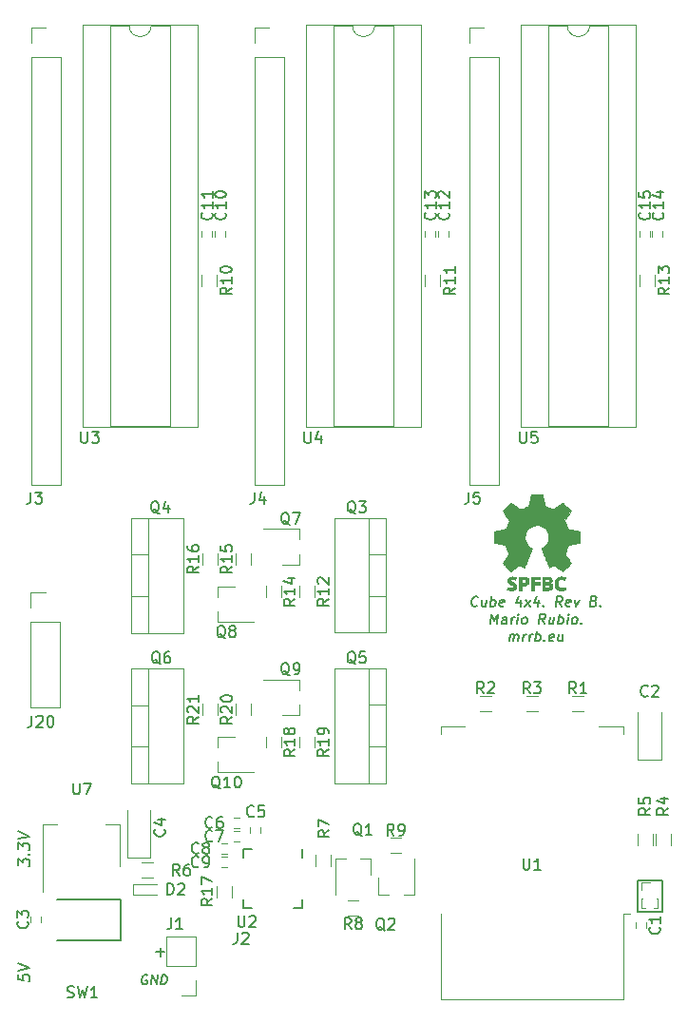
<source format=gto>
G04 #@! TF.GenerationSoftware,KiCad,Pcbnew,5.0.0*
G04 #@! TF.CreationDate,2018-08-31T22:25:39+02:00*
G04 #@! TF.ProjectId,cube,637562652E6B696361645F7063620000,B*
G04 #@! TF.SameCoordinates,Original*
G04 #@! TF.FileFunction,Legend,Top*
G04 #@! TF.FilePolarity,Positive*
%FSLAX46Y46*%
G04 Gerber Fmt 4.6, Leading zero omitted, Abs format (unit mm)*
G04 Created by KiCad (PCBNEW 5.0.0) date Fri Aug 31 22:25:39 2018*
%MOMM*%
%LPD*%
G01*
G04 APERTURE LIST*
%ADD10C,0.200000*%
%ADD11C,0.140000*%
%ADD12C,0.150000*%
%ADD13C,0.010000*%
%ADD14C,0.120000*%
G04 APERTURE END LIST*
D10*
X98826875Y-117135428D02*
X98778660Y-117178285D01*
X98644732Y-117221142D01*
X98559017Y-117221142D01*
X98435803Y-117178285D01*
X98360803Y-117092571D01*
X98328660Y-117006857D01*
X98307232Y-116835428D01*
X98323303Y-116706857D01*
X98387589Y-116535428D01*
X98441160Y-116449714D01*
X98537589Y-116364000D01*
X98671517Y-116321142D01*
X98757232Y-116321142D01*
X98880446Y-116364000D01*
X98917946Y-116406857D01*
X99662589Y-116621142D02*
X99587589Y-117221142D01*
X99276875Y-116621142D02*
X99217946Y-117092571D01*
X99250089Y-117178285D01*
X99330446Y-117221142D01*
X99459017Y-117221142D01*
X99550089Y-117178285D01*
X99598303Y-117135428D01*
X100016160Y-117221142D02*
X100128660Y-116321142D01*
X100085803Y-116664000D02*
X100176875Y-116621142D01*
X100348303Y-116621142D01*
X100428660Y-116664000D01*
X100466160Y-116706857D01*
X100498303Y-116792571D01*
X100466160Y-117049714D01*
X100412589Y-117135428D01*
X100364375Y-117178285D01*
X100273303Y-117221142D01*
X100101875Y-117221142D01*
X100021517Y-117178285D01*
X101178660Y-117178285D02*
X101087589Y-117221142D01*
X100916160Y-117221142D01*
X100835803Y-117178285D01*
X100803660Y-117092571D01*
X100846517Y-116749714D01*
X100900089Y-116664000D01*
X100991160Y-116621142D01*
X101162589Y-116621142D01*
X101242946Y-116664000D01*
X101275089Y-116749714D01*
X101264375Y-116835428D01*
X100825089Y-116921142D01*
X102748303Y-116621142D02*
X102673303Y-117221142D01*
X102576875Y-116278285D02*
X102282232Y-116921142D01*
X102839375Y-116921142D01*
X103059017Y-117221142D02*
X103605446Y-116621142D01*
X103134017Y-116621142D02*
X103530446Y-117221142D01*
X104334017Y-116621142D02*
X104259017Y-117221142D01*
X104162589Y-116278285D02*
X103867946Y-116921142D01*
X104425089Y-116921142D01*
X104741160Y-117135428D02*
X104778660Y-117178285D01*
X104730446Y-117221142D01*
X104692946Y-117178285D01*
X104741160Y-117135428D01*
X104730446Y-117221142D01*
X106359017Y-117221142D02*
X106112589Y-116792571D01*
X105844732Y-117221142D02*
X105957232Y-116321142D01*
X106300089Y-116321142D01*
X106380446Y-116364000D01*
X106417946Y-116406857D01*
X106450089Y-116492571D01*
X106434017Y-116621142D01*
X106380446Y-116706857D01*
X106332232Y-116749714D01*
X106241160Y-116792571D01*
X105898303Y-116792571D01*
X107092946Y-117178285D02*
X107001875Y-117221142D01*
X106830446Y-117221142D01*
X106750089Y-117178285D01*
X106717946Y-117092571D01*
X106760803Y-116749714D01*
X106814375Y-116664000D01*
X106905446Y-116621142D01*
X107076875Y-116621142D01*
X107157232Y-116664000D01*
X107189375Y-116749714D01*
X107178660Y-116835428D01*
X106739375Y-116921142D01*
X107505446Y-116621142D02*
X107644732Y-117221142D01*
X107934017Y-116621142D01*
X109246517Y-116749714D02*
X109369732Y-116792571D01*
X109407232Y-116835428D01*
X109439375Y-116921142D01*
X109423303Y-117049714D01*
X109369732Y-117135428D01*
X109321517Y-117178285D01*
X109230446Y-117221142D01*
X108887589Y-117221142D01*
X109000089Y-116321142D01*
X109300089Y-116321142D01*
X109380446Y-116364000D01*
X109417946Y-116406857D01*
X109450089Y-116492571D01*
X109439375Y-116578285D01*
X109385803Y-116664000D01*
X109337589Y-116706857D01*
X109246517Y-116749714D01*
X108946517Y-116749714D01*
X109798303Y-117135428D02*
X109835803Y-117178285D01*
X109787589Y-117221142D01*
X109750089Y-117178285D01*
X109798303Y-117135428D01*
X109787589Y-117221142D01*
X99994732Y-118771142D02*
X100107232Y-117871142D01*
X100326875Y-118514000D01*
X100707232Y-117871142D01*
X100594732Y-118771142D01*
X101409017Y-118771142D02*
X101467946Y-118299714D01*
X101435803Y-118214000D01*
X101355446Y-118171142D01*
X101184017Y-118171142D01*
X101092946Y-118214000D01*
X101414375Y-118728285D02*
X101323303Y-118771142D01*
X101109017Y-118771142D01*
X101028660Y-118728285D01*
X100996517Y-118642571D01*
X101007232Y-118556857D01*
X101060803Y-118471142D01*
X101151875Y-118428285D01*
X101366160Y-118428285D01*
X101457232Y-118385428D01*
X101837589Y-118771142D02*
X101912589Y-118171142D01*
X101891160Y-118342571D02*
X101944732Y-118256857D01*
X101992946Y-118214000D01*
X102084017Y-118171142D01*
X102169732Y-118171142D01*
X102394732Y-118771142D02*
X102469732Y-118171142D01*
X102507232Y-117871142D02*
X102459017Y-117914000D01*
X102496517Y-117956857D01*
X102544732Y-117914000D01*
X102507232Y-117871142D01*
X102496517Y-117956857D01*
X102951875Y-118771142D02*
X102871517Y-118728285D01*
X102834017Y-118685428D01*
X102801875Y-118599714D01*
X102834017Y-118342571D01*
X102887589Y-118256857D01*
X102935803Y-118214000D01*
X103026875Y-118171142D01*
X103155446Y-118171142D01*
X103235803Y-118214000D01*
X103273303Y-118256857D01*
X103305446Y-118342571D01*
X103273303Y-118599714D01*
X103219732Y-118685428D01*
X103171517Y-118728285D01*
X103080446Y-118771142D01*
X102951875Y-118771142D01*
X104837589Y-118771142D02*
X104591160Y-118342571D01*
X104323303Y-118771142D02*
X104435803Y-117871142D01*
X104778660Y-117871142D01*
X104859017Y-117914000D01*
X104896517Y-117956857D01*
X104928660Y-118042571D01*
X104912589Y-118171142D01*
X104859017Y-118256857D01*
X104810803Y-118299714D01*
X104719732Y-118342571D01*
X104376875Y-118342571D01*
X105684017Y-118171142D02*
X105609017Y-118771142D01*
X105298303Y-118171142D02*
X105239375Y-118642571D01*
X105271517Y-118728285D01*
X105351875Y-118771142D01*
X105480446Y-118771142D01*
X105571517Y-118728285D01*
X105619732Y-118685428D01*
X106037589Y-118771142D02*
X106150089Y-117871142D01*
X106107232Y-118214000D02*
X106198303Y-118171142D01*
X106369732Y-118171142D01*
X106450089Y-118214000D01*
X106487589Y-118256857D01*
X106519732Y-118342571D01*
X106487589Y-118599714D01*
X106434017Y-118685428D01*
X106385803Y-118728285D01*
X106294732Y-118771142D01*
X106123303Y-118771142D01*
X106042946Y-118728285D01*
X106851875Y-118771142D02*
X106926875Y-118171142D01*
X106964375Y-117871142D02*
X106916160Y-117914000D01*
X106953660Y-117956857D01*
X107001875Y-117914000D01*
X106964375Y-117871142D01*
X106953660Y-117956857D01*
X107409017Y-118771142D02*
X107328660Y-118728285D01*
X107291160Y-118685428D01*
X107259017Y-118599714D01*
X107291160Y-118342571D01*
X107344732Y-118256857D01*
X107392946Y-118214000D01*
X107484017Y-118171142D01*
X107612589Y-118171142D01*
X107692946Y-118214000D01*
X107730446Y-118256857D01*
X107762589Y-118342571D01*
X107730446Y-118599714D01*
X107676875Y-118685428D01*
X107628660Y-118728285D01*
X107537589Y-118771142D01*
X107409017Y-118771142D01*
X108105446Y-118685428D02*
X108142946Y-118728285D01*
X108094732Y-118771142D01*
X108057232Y-118728285D01*
X108105446Y-118685428D01*
X108094732Y-118771142D01*
X101687589Y-120321142D02*
X101762589Y-119721142D01*
X101751875Y-119806857D02*
X101800089Y-119764000D01*
X101891160Y-119721142D01*
X102019732Y-119721142D01*
X102100089Y-119764000D01*
X102132232Y-119849714D01*
X102073303Y-120321142D01*
X102132232Y-119849714D02*
X102185803Y-119764000D01*
X102276875Y-119721142D01*
X102405446Y-119721142D01*
X102485803Y-119764000D01*
X102517946Y-119849714D01*
X102459017Y-120321142D01*
X102887589Y-120321142D02*
X102962589Y-119721142D01*
X102941160Y-119892571D02*
X102994732Y-119806857D01*
X103042946Y-119764000D01*
X103134017Y-119721142D01*
X103219732Y-119721142D01*
X103444732Y-120321142D02*
X103519732Y-119721142D01*
X103498303Y-119892571D02*
X103551875Y-119806857D01*
X103600089Y-119764000D01*
X103691160Y-119721142D01*
X103776875Y-119721142D01*
X104001875Y-120321142D02*
X104114375Y-119421142D01*
X104071517Y-119764000D02*
X104162589Y-119721142D01*
X104334017Y-119721142D01*
X104414375Y-119764000D01*
X104451875Y-119806857D01*
X104484017Y-119892571D01*
X104451875Y-120149714D01*
X104398303Y-120235428D01*
X104350089Y-120278285D01*
X104259017Y-120321142D01*
X104087589Y-120321142D01*
X104007232Y-120278285D01*
X104826875Y-120235428D02*
X104864375Y-120278285D01*
X104816160Y-120321142D01*
X104778660Y-120278285D01*
X104826875Y-120235428D01*
X104816160Y-120321142D01*
X105592946Y-120278285D02*
X105501875Y-120321142D01*
X105330446Y-120321142D01*
X105250089Y-120278285D01*
X105217946Y-120192571D01*
X105260803Y-119849714D01*
X105314375Y-119764000D01*
X105405446Y-119721142D01*
X105576875Y-119721142D01*
X105657232Y-119764000D01*
X105689375Y-119849714D01*
X105678660Y-119935428D01*
X105239375Y-120021142D01*
X106476875Y-119721142D02*
X106401875Y-120321142D01*
X106091160Y-119721142D02*
X106032232Y-120192571D01*
X106064375Y-120278285D01*
X106144732Y-120321142D01*
X106273303Y-120321142D01*
X106364375Y-120278285D01*
X106412589Y-120235428D01*
D11*
X69467568Y-150075000D02*
X69391675Y-150034523D01*
X69270247Y-150034523D01*
X69143758Y-150075000D01*
X69052687Y-150155952D01*
X69002092Y-150236904D01*
X68941377Y-150398809D01*
X68926199Y-150520238D01*
X68946437Y-150682142D01*
X68976794Y-150763095D01*
X69047627Y-150844047D01*
X69163997Y-150884523D01*
X69244949Y-150884523D01*
X69371437Y-150844047D01*
X69416973Y-150803571D01*
X69452389Y-150520238D01*
X69290485Y-150520238D01*
X69771139Y-150884523D02*
X69877389Y-150034523D01*
X70256854Y-150884523D01*
X70363104Y-150034523D01*
X70661616Y-150884523D02*
X70767866Y-150034523D01*
X70970247Y-150034523D01*
X71086616Y-150075000D01*
X71157449Y-150155952D01*
X71187806Y-150236904D01*
X71208044Y-150398809D01*
X71192866Y-150520238D01*
X71132151Y-150682142D01*
X71081556Y-150763095D01*
X70990485Y-150844047D01*
X70863997Y-150884523D01*
X70661616Y-150884523D01*
D12*
X70219047Y-147971428D02*
X70980952Y-147971428D01*
X70600000Y-148352380D02*
X70600000Y-147590476D01*
X57952380Y-140251175D02*
X57952380Y-139632127D01*
X58333333Y-140013080D01*
X58333333Y-139870223D01*
X58380952Y-139780937D01*
X58428571Y-139739270D01*
X58523809Y-139703556D01*
X58761904Y-139733318D01*
X58857142Y-139792842D01*
X58904761Y-139846413D01*
X58952380Y-139947604D01*
X58952380Y-140233318D01*
X58904761Y-140322604D01*
X58857142Y-140364270D01*
X58857142Y-139316651D02*
X58904761Y-139274985D01*
X58952380Y-139328556D01*
X58904761Y-139370223D01*
X58857142Y-139316651D01*
X58952380Y-139328556D01*
X57952380Y-138822604D02*
X57952380Y-138203556D01*
X58333333Y-138584508D01*
X58333333Y-138441651D01*
X58380952Y-138352366D01*
X58428571Y-138310699D01*
X58523809Y-138274985D01*
X58761904Y-138304747D01*
X58857142Y-138364270D01*
X58904761Y-138417842D01*
X58952380Y-138519032D01*
X58952380Y-138804747D01*
X58904761Y-138894032D01*
X58857142Y-138935699D01*
X57952380Y-137917842D02*
X58952380Y-137709508D01*
X57952380Y-137251175D01*
X57952380Y-149965461D02*
X57952380Y-150441651D01*
X58428571Y-150548794D01*
X58380952Y-150495223D01*
X58333333Y-150394032D01*
X58333333Y-150155937D01*
X58380952Y-150066651D01*
X58428571Y-150024985D01*
X58523809Y-149989270D01*
X58761904Y-150019032D01*
X58857142Y-150078556D01*
X58904761Y-150132127D01*
X58952380Y-150233318D01*
X58952380Y-150471413D01*
X58904761Y-150560699D01*
X58857142Y-150602366D01*
X57952380Y-149632127D02*
X58952380Y-149423794D01*
X57952380Y-148965461D01*
D10*
X113100000Y-144400000D02*
X113100000Y-141600000D01*
X115300000Y-144400000D02*
X113100000Y-144400000D01*
X115300000Y-141600000D02*
X115300000Y-144400000D01*
X113100000Y-141600000D02*
X115300000Y-141600000D01*
D13*
G04 #@! TO.C,G\002A\002A\002A*
G36*
X104207476Y-107222756D02*
X104318646Y-107223420D01*
X104421419Y-107224679D01*
X104510511Y-107226532D01*
X104580642Y-107228980D01*
X104626529Y-107232020D01*
X104642361Y-107234956D01*
X104650411Y-107254269D01*
X104663369Y-107302601D01*
X104680279Y-107375613D01*
X104700191Y-107468968D01*
X104722149Y-107578327D01*
X104745200Y-107699355D01*
X104749298Y-107721530D01*
X104772490Y-107846033D01*
X104794532Y-107961371D01*
X104814480Y-108062835D01*
X104831391Y-108145718D01*
X104844322Y-108205312D01*
X104852328Y-108236909D01*
X104852972Y-108238754D01*
X104862735Y-108254988D01*
X104882058Y-108272088D01*
X104914847Y-108292036D01*
X104965006Y-108316814D01*
X105036443Y-108348407D01*
X105133061Y-108388797D01*
X105211702Y-108420905D01*
X105313654Y-108461748D01*
X105406290Y-108497831D01*
X105484596Y-108527282D01*
X105543555Y-108548231D01*
X105578151Y-108558808D01*
X105583877Y-108559718D01*
X105605032Y-108550388D01*
X105650176Y-108524070D01*
X105715539Y-108483182D01*
X105797354Y-108430137D01*
X105891851Y-108367352D01*
X105995261Y-108297242D01*
X106022104Y-108278826D01*
X106126680Y-108207102D01*
X106222646Y-108141647D01*
X106306339Y-108084932D01*
X106374098Y-108039425D01*
X106422259Y-108007595D01*
X106447162Y-107991910D01*
X106449361Y-107990787D01*
X106465619Y-108000508D01*
X106502543Y-108031511D01*
X106557058Y-108080928D01*
X106626087Y-108145892D01*
X106706554Y-108223535D01*
X106795384Y-108310989D01*
X106831686Y-108347193D01*
X107195038Y-108710865D01*
X107018060Y-108969666D01*
X106950978Y-109067863D01*
X106880393Y-109171358D01*
X106812567Y-109270960D01*
X106753757Y-109357482D01*
X106724687Y-109400351D01*
X106608290Y-109572236D01*
X106763880Y-109936908D01*
X106808846Y-110041021D01*
X106850435Y-110134906D01*
X106886532Y-110213983D01*
X106915022Y-110273670D01*
X106933793Y-110309386D01*
X106939435Y-110317345D01*
X106960710Y-110324404D01*
X107010893Y-110336517D01*
X107085557Y-110352759D01*
X107180278Y-110372199D01*
X107290629Y-110393911D01*
X107412184Y-110416967D01*
X107432713Y-110420780D01*
X107555808Y-110444064D01*
X107668530Y-110466308D01*
X107766427Y-110486560D01*
X107845048Y-110503868D01*
X107899942Y-110517281D01*
X107926656Y-110525846D01*
X107928013Y-110526698D01*
X107934735Y-110539655D01*
X107940026Y-110568187D01*
X107944019Y-110615416D01*
X107946851Y-110684463D01*
X107948655Y-110778453D01*
X107949567Y-110900507D01*
X107949741Y-111029707D01*
X107949203Y-111155245D01*
X107947812Y-111270235D01*
X107945693Y-111370180D01*
X107942972Y-111450583D01*
X107939776Y-111506946D01*
X107936231Y-111534774D01*
X107935545Y-111536437D01*
X107915080Y-111545857D01*
X107864292Y-111560167D01*
X107786263Y-111578668D01*
X107684072Y-111600664D01*
X107560799Y-111625456D01*
X107443240Y-111647927D01*
X107282509Y-111678764D01*
X107152569Y-111705337D01*
X107054044Y-111727502D01*
X106987561Y-111745115D01*
X106953745Y-111758033D01*
X106949739Y-111761424D01*
X106936980Y-111787406D01*
X106914819Y-111838456D01*
X106885405Y-111909125D01*
X106850888Y-111993963D01*
X106813416Y-112087521D01*
X106775140Y-112184350D01*
X106738208Y-112279000D01*
X106704770Y-112366023D01*
X106676974Y-112439970D01*
X106656971Y-112495390D01*
X106646909Y-112526836D01*
X106646134Y-112531175D01*
X106655392Y-112551417D01*
X106681539Y-112595672D01*
X106722136Y-112660143D01*
X106774741Y-112741036D01*
X106836916Y-112834553D01*
X106906221Y-112936899D01*
X106917915Y-112953997D01*
X106999629Y-113073944D01*
X107063407Y-113169247D01*
X107110993Y-113242822D01*
X107144132Y-113297588D01*
X107164567Y-113336461D01*
X107174043Y-113362358D01*
X107174304Y-113378197D01*
X107173152Y-113380895D01*
X107155697Y-113402910D01*
X107118389Y-113443632D01*
X107064951Y-113499397D01*
X106999104Y-113566544D01*
X106924570Y-113641412D01*
X106845072Y-113720337D01*
X106764331Y-113799658D01*
X106686068Y-113875713D01*
X106614007Y-113944839D01*
X106551870Y-114003375D01*
X106503377Y-114047659D01*
X106472251Y-114074028D01*
X106462747Y-114079866D01*
X106443867Y-114070615D01*
X106400990Y-114044514D01*
X106337927Y-114004049D01*
X106258487Y-113951702D01*
X106166481Y-113889957D01*
X106065720Y-113821297D01*
X106060044Y-113817400D01*
X105958599Y-113748358D01*
X105865355Y-113686115D01*
X105784190Y-113633161D01*
X105718983Y-113591988D01*
X105673612Y-113565089D01*
X105651953Y-113554955D01*
X105651579Y-113554933D01*
X105626918Y-113562608D01*
X105579571Y-113583477D01*
X105516470Y-113614304D01*
X105448276Y-113649849D01*
X105359383Y-113695316D01*
X105296886Y-113722252D01*
X105261415Y-113730402D01*
X105254576Y-113728015D01*
X105245287Y-113709819D01*
X105224657Y-113663857D01*
X105194171Y-113593702D01*
X105155317Y-113502928D01*
X105109580Y-113395108D01*
X105058447Y-113273815D01*
X105003404Y-113142623D01*
X104945938Y-113005105D01*
X104887536Y-112864833D01*
X104829683Y-112725381D01*
X104773866Y-112590322D01*
X104721571Y-112463230D01*
X104674285Y-112347678D01*
X104633494Y-112247239D01*
X104600684Y-112165486D01*
X104577343Y-112105992D01*
X104564955Y-112072330D01*
X104563334Y-112066301D01*
X104576347Y-112050418D01*
X104611287Y-112020634D01*
X104662010Y-111981990D01*
X104694567Y-111958673D01*
X104858263Y-111826592D01*
X104990655Y-111681914D01*
X105091652Y-111524804D01*
X105161161Y-111355427D01*
X105199090Y-111173950D01*
X105206801Y-111040333D01*
X105190547Y-110854803D01*
X105143283Y-110678629D01*
X105067253Y-110514756D01*
X104964699Y-110366131D01*
X104837868Y-110235700D01*
X104689002Y-110126410D01*
X104520346Y-110041206D01*
X104418389Y-110005202D01*
X104303702Y-109981877D01*
X104171007Y-109973090D01*
X104032721Y-109978506D01*
X103901262Y-109997790D01*
X103813552Y-110021518D01*
X103637372Y-110099173D01*
X103479373Y-110205187D01*
X103356005Y-110320763D01*
X103238065Y-110471220D01*
X103151797Y-110633665D01*
X103097145Y-110808239D01*
X103074053Y-110995082D01*
X103073201Y-111040333D01*
X103089026Y-111230177D01*
X103136473Y-111407933D01*
X103215501Y-111573524D01*
X103326066Y-111726876D01*
X103468128Y-111867913D01*
X103586791Y-111959624D01*
X103652891Y-112008149D01*
X103692997Y-112043480D01*
X103710605Y-112069075D01*
X103711451Y-112082918D01*
X103702215Y-112109219D01*
X103681626Y-112162323D01*
X103651184Y-112238619D01*
X103612390Y-112334499D01*
X103566744Y-112446354D01*
X103515746Y-112570574D01*
X103460897Y-112703550D01*
X103403697Y-112841674D01*
X103345648Y-112981335D01*
X103288248Y-113118925D01*
X103232999Y-113250835D01*
X103181401Y-113373456D01*
X103134954Y-113483178D01*
X103095160Y-113576392D01*
X103063517Y-113649490D01*
X103041528Y-113698861D01*
X103030692Y-113720897D01*
X103030240Y-113721503D01*
X103016354Y-113728748D01*
X102992471Y-113725810D01*
X102953487Y-113710829D01*
X102894298Y-113681945D01*
X102832630Y-113649536D01*
X102760845Y-113612364D01*
X102698180Y-113582058D01*
X102651594Y-113561847D01*
X102628583Y-113554933D01*
X102608011Y-113564223D01*
X102563574Y-113590425D01*
X102499155Y-113631042D01*
X102418641Y-113683574D01*
X102325917Y-113745523D01*
X102224868Y-113814389D01*
X102220494Y-113817400D01*
X102119692Y-113886380D01*
X102027616Y-113948577D01*
X101948040Y-114001506D01*
X101884739Y-114042683D01*
X101841488Y-114069622D01*
X101822063Y-114079839D01*
X101821768Y-114079866D01*
X101805866Y-114068266D01*
X101769349Y-114035447D01*
X101715305Y-113984377D01*
X101646820Y-113918028D01*
X101566983Y-113839370D01*
X101478881Y-113751373D01*
X101448120Y-113720388D01*
X101358657Y-113629879D01*
X101277429Y-113547311D01*
X101207362Y-113475691D01*
X101151384Y-113418026D01*
X101112422Y-113377323D01*
X101093404Y-113356588D01*
X101092000Y-113354612D01*
X101101190Y-113339572D01*
X101127147Y-113300206D01*
X101167455Y-113240100D01*
X101219699Y-113162836D01*
X101281462Y-113071998D01*
X101350327Y-112971171D01*
X101362934Y-112952758D01*
X101433047Y-112849505D01*
X101496422Y-112754469D01*
X101550613Y-112671453D01*
X101593176Y-112604259D01*
X101621669Y-112556692D01*
X101633646Y-112532553D01*
X101633867Y-112531175D01*
X101627801Y-112509402D01*
X101611034Y-112461743D01*
X101585717Y-112393647D01*
X101553999Y-112310563D01*
X101518030Y-112217940D01*
X101479960Y-112121226D01*
X101441937Y-112025870D01*
X101406112Y-111937320D01*
X101374635Y-111861025D01*
X101349655Y-111802435D01*
X101333321Y-111766997D01*
X101330045Y-111761073D01*
X101307503Y-111749500D01*
X101251564Y-111733185D01*
X101162361Y-111712158D01*
X101040026Y-111686451D01*
X100884691Y-111656094D01*
X100836140Y-111646922D01*
X100704903Y-111621651D01*
X100588405Y-111597966D01*
X100490361Y-111576706D01*
X100414487Y-111558711D01*
X100364498Y-111544818D01*
X100344109Y-111535868D01*
X100344051Y-111535782D01*
X100340559Y-111513912D01*
X100337383Y-111462664D01*
X100334646Y-111386529D01*
X100332470Y-111289994D01*
X100330977Y-111177549D01*
X100330289Y-111053682D01*
X100330260Y-111029707D01*
X100330552Y-110879190D01*
X100331686Y-110759658D01*
X100333783Y-110668233D01*
X100336961Y-110602041D01*
X100341341Y-110558206D01*
X100347042Y-110533853D01*
X100351182Y-110527368D01*
X100372777Y-110519832D01*
X100423271Y-110507265D01*
X100498227Y-110490612D01*
X100593207Y-110470820D01*
X100703775Y-110448836D01*
X100825495Y-110425607D01*
X100846482Y-110421694D01*
X100969542Y-110398410D01*
X101082121Y-110376311D01*
X101179797Y-110356329D01*
X101258150Y-110339394D01*
X101312758Y-110326438D01*
X101339200Y-110318394D01*
X101340566Y-110317590D01*
X101352649Y-110298005D01*
X101375693Y-110251765D01*
X101407585Y-110183456D01*
X101446210Y-110097660D01*
X101489454Y-109998965D01*
X101516121Y-109936908D01*
X101671711Y-109572236D01*
X101555314Y-109400351D01*
X101505192Y-109326487D01*
X101442191Y-109233872D01*
X101372569Y-109131694D01*
X101302586Y-109029142D01*
X101261941Y-108969666D01*
X101084963Y-108710865D01*
X101448315Y-108347193D01*
X101539647Y-108256693D01*
X101623920Y-108174928D01*
X101698042Y-108104760D01*
X101758922Y-108049055D01*
X101803465Y-108010674D01*
X101828582Y-107992483D01*
X101832441Y-107991478D01*
X101851236Y-108002813D01*
X101894178Y-108030950D01*
X101957579Y-108073403D01*
X102037751Y-108127683D01*
X102131005Y-108191301D01*
X102233655Y-108261771D01*
X102259411Y-108279518D01*
X102364165Y-108351061D01*
X102460973Y-108415872D01*
X102546057Y-108471522D01*
X102615638Y-108515586D01*
X102665938Y-108545636D01*
X102693178Y-108559248D01*
X102695837Y-108559798D01*
X102719919Y-108553697D01*
X102770272Y-108536516D01*
X102841873Y-108510125D01*
X102929698Y-108476393D01*
X103028725Y-108437188D01*
X103068181Y-108421270D01*
X103183299Y-108374144D01*
X103270693Y-108337099D01*
X103334282Y-108308147D01*
X103377984Y-108285298D01*
X103405719Y-108266562D01*
X103421405Y-108249950D01*
X103427117Y-108239038D01*
X103434479Y-108211454D01*
X103446885Y-108155247D01*
X103463389Y-108075130D01*
X103483042Y-107975811D01*
X103504898Y-107862002D01*
X103528012Y-107738413D01*
X103531147Y-107721400D01*
X103554288Y-107598761D01*
X103576489Y-107487032D01*
X103596798Y-107390550D01*
X103614263Y-107313649D01*
X103627936Y-107260665D01*
X103636863Y-107235933D01*
X103637878Y-107234826D01*
X103659924Y-107231305D01*
X103710548Y-107228385D01*
X103784470Y-107226063D01*
X103876406Y-107224340D01*
X103981074Y-107223215D01*
X104093191Y-107222687D01*
X104207476Y-107222756D01*
X104207476Y-107222756D01*
G37*
X104207476Y-107222756D02*
X104318646Y-107223420D01*
X104421419Y-107224679D01*
X104510511Y-107226532D01*
X104580642Y-107228980D01*
X104626529Y-107232020D01*
X104642361Y-107234956D01*
X104650411Y-107254269D01*
X104663369Y-107302601D01*
X104680279Y-107375613D01*
X104700191Y-107468968D01*
X104722149Y-107578327D01*
X104745200Y-107699355D01*
X104749298Y-107721530D01*
X104772490Y-107846033D01*
X104794532Y-107961371D01*
X104814480Y-108062835D01*
X104831391Y-108145718D01*
X104844322Y-108205312D01*
X104852328Y-108236909D01*
X104852972Y-108238754D01*
X104862735Y-108254988D01*
X104882058Y-108272088D01*
X104914847Y-108292036D01*
X104965006Y-108316814D01*
X105036443Y-108348407D01*
X105133061Y-108388797D01*
X105211702Y-108420905D01*
X105313654Y-108461748D01*
X105406290Y-108497831D01*
X105484596Y-108527282D01*
X105543555Y-108548231D01*
X105578151Y-108558808D01*
X105583877Y-108559718D01*
X105605032Y-108550388D01*
X105650176Y-108524070D01*
X105715539Y-108483182D01*
X105797354Y-108430137D01*
X105891851Y-108367352D01*
X105995261Y-108297242D01*
X106022104Y-108278826D01*
X106126680Y-108207102D01*
X106222646Y-108141647D01*
X106306339Y-108084932D01*
X106374098Y-108039425D01*
X106422259Y-108007595D01*
X106447162Y-107991910D01*
X106449361Y-107990787D01*
X106465619Y-108000508D01*
X106502543Y-108031511D01*
X106557058Y-108080928D01*
X106626087Y-108145892D01*
X106706554Y-108223535D01*
X106795384Y-108310989D01*
X106831686Y-108347193D01*
X107195038Y-108710865D01*
X107018060Y-108969666D01*
X106950978Y-109067863D01*
X106880393Y-109171358D01*
X106812567Y-109270960D01*
X106753757Y-109357482D01*
X106724687Y-109400351D01*
X106608290Y-109572236D01*
X106763880Y-109936908D01*
X106808846Y-110041021D01*
X106850435Y-110134906D01*
X106886532Y-110213983D01*
X106915022Y-110273670D01*
X106933793Y-110309386D01*
X106939435Y-110317345D01*
X106960710Y-110324404D01*
X107010893Y-110336517D01*
X107085557Y-110352759D01*
X107180278Y-110372199D01*
X107290629Y-110393911D01*
X107412184Y-110416967D01*
X107432713Y-110420780D01*
X107555808Y-110444064D01*
X107668530Y-110466308D01*
X107766427Y-110486560D01*
X107845048Y-110503868D01*
X107899942Y-110517281D01*
X107926656Y-110525846D01*
X107928013Y-110526698D01*
X107934735Y-110539655D01*
X107940026Y-110568187D01*
X107944019Y-110615416D01*
X107946851Y-110684463D01*
X107948655Y-110778453D01*
X107949567Y-110900507D01*
X107949741Y-111029707D01*
X107949203Y-111155245D01*
X107947812Y-111270235D01*
X107945693Y-111370180D01*
X107942972Y-111450583D01*
X107939776Y-111506946D01*
X107936231Y-111534774D01*
X107935545Y-111536437D01*
X107915080Y-111545857D01*
X107864292Y-111560167D01*
X107786263Y-111578668D01*
X107684072Y-111600664D01*
X107560799Y-111625456D01*
X107443240Y-111647927D01*
X107282509Y-111678764D01*
X107152569Y-111705337D01*
X107054044Y-111727502D01*
X106987561Y-111745115D01*
X106953745Y-111758033D01*
X106949739Y-111761424D01*
X106936980Y-111787406D01*
X106914819Y-111838456D01*
X106885405Y-111909125D01*
X106850888Y-111993963D01*
X106813416Y-112087521D01*
X106775140Y-112184350D01*
X106738208Y-112279000D01*
X106704770Y-112366023D01*
X106676974Y-112439970D01*
X106656971Y-112495390D01*
X106646909Y-112526836D01*
X106646134Y-112531175D01*
X106655392Y-112551417D01*
X106681539Y-112595672D01*
X106722136Y-112660143D01*
X106774741Y-112741036D01*
X106836916Y-112834553D01*
X106906221Y-112936899D01*
X106917915Y-112953997D01*
X106999629Y-113073944D01*
X107063407Y-113169247D01*
X107110993Y-113242822D01*
X107144132Y-113297588D01*
X107164567Y-113336461D01*
X107174043Y-113362358D01*
X107174304Y-113378197D01*
X107173152Y-113380895D01*
X107155697Y-113402910D01*
X107118389Y-113443632D01*
X107064951Y-113499397D01*
X106999104Y-113566544D01*
X106924570Y-113641412D01*
X106845072Y-113720337D01*
X106764331Y-113799658D01*
X106686068Y-113875713D01*
X106614007Y-113944839D01*
X106551870Y-114003375D01*
X106503377Y-114047659D01*
X106472251Y-114074028D01*
X106462747Y-114079866D01*
X106443867Y-114070615D01*
X106400990Y-114044514D01*
X106337927Y-114004049D01*
X106258487Y-113951702D01*
X106166481Y-113889957D01*
X106065720Y-113821297D01*
X106060044Y-113817400D01*
X105958599Y-113748358D01*
X105865355Y-113686115D01*
X105784190Y-113633161D01*
X105718983Y-113591988D01*
X105673612Y-113565089D01*
X105651953Y-113554955D01*
X105651579Y-113554933D01*
X105626918Y-113562608D01*
X105579571Y-113583477D01*
X105516470Y-113614304D01*
X105448276Y-113649849D01*
X105359383Y-113695316D01*
X105296886Y-113722252D01*
X105261415Y-113730402D01*
X105254576Y-113728015D01*
X105245287Y-113709819D01*
X105224657Y-113663857D01*
X105194171Y-113593702D01*
X105155317Y-113502928D01*
X105109580Y-113395108D01*
X105058447Y-113273815D01*
X105003404Y-113142623D01*
X104945938Y-113005105D01*
X104887536Y-112864833D01*
X104829683Y-112725381D01*
X104773866Y-112590322D01*
X104721571Y-112463230D01*
X104674285Y-112347678D01*
X104633494Y-112247239D01*
X104600684Y-112165486D01*
X104577343Y-112105992D01*
X104564955Y-112072330D01*
X104563334Y-112066301D01*
X104576347Y-112050418D01*
X104611287Y-112020634D01*
X104662010Y-111981990D01*
X104694567Y-111958673D01*
X104858263Y-111826592D01*
X104990655Y-111681914D01*
X105091652Y-111524804D01*
X105161161Y-111355427D01*
X105199090Y-111173950D01*
X105206801Y-111040333D01*
X105190547Y-110854803D01*
X105143283Y-110678629D01*
X105067253Y-110514756D01*
X104964699Y-110366131D01*
X104837868Y-110235700D01*
X104689002Y-110126410D01*
X104520346Y-110041206D01*
X104418389Y-110005202D01*
X104303702Y-109981877D01*
X104171007Y-109973090D01*
X104032721Y-109978506D01*
X103901262Y-109997790D01*
X103813552Y-110021518D01*
X103637372Y-110099173D01*
X103479373Y-110205187D01*
X103356005Y-110320763D01*
X103238065Y-110471220D01*
X103151797Y-110633665D01*
X103097145Y-110808239D01*
X103074053Y-110995082D01*
X103073201Y-111040333D01*
X103089026Y-111230177D01*
X103136473Y-111407933D01*
X103215501Y-111573524D01*
X103326066Y-111726876D01*
X103468128Y-111867913D01*
X103586791Y-111959624D01*
X103652891Y-112008149D01*
X103692997Y-112043480D01*
X103710605Y-112069075D01*
X103711451Y-112082918D01*
X103702215Y-112109219D01*
X103681626Y-112162323D01*
X103651184Y-112238619D01*
X103612390Y-112334499D01*
X103566744Y-112446354D01*
X103515746Y-112570574D01*
X103460897Y-112703550D01*
X103403697Y-112841674D01*
X103345648Y-112981335D01*
X103288248Y-113118925D01*
X103232999Y-113250835D01*
X103181401Y-113373456D01*
X103134954Y-113483178D01*
X103095160Y-113576392D01*
X103063517Y-113649490D01*
X103041528Y-113698861D01*
X103030692Y-113720897D01*
X103030240Y-113721503D01*
X103016354Y-113728748D01*
X102992471Y-113725810D01*
X102953487Y-113710829D01*
X102894298Y-113681945D01*
X102832630Y-113649536D01*
X102760845Y-113612364D01*
X102698180Y-113582058D01*
X102651594Y-113561847D01*
X102628583Y-113554933D01*
X102608011Y-113564223D01*
X102563574Y-113590425D01*
X102499155Y-113631042D01*
X102418641Y-113683574D01*
X102325917Y-113745523D01*
X102224868Y-113814389D01*
X102220494Y-113817400D01*
X102119692Y-113886380D01*
X102027616Y-113948577D01*
X101948040Y-114001506D01*
X101884739Y-114042683D01*
X101841488Y-114069622D01*
X101822063Y-114079839D01*
X101821768Y-114079866D01*
X101805866Y-114068266D01*
X101769349Y-114035447D01*
X101715305Y-113984377D01*
X101646820Y-113918028D01*
X101566983Y-113839370D01*
X101478881Y-113751373D01*
X101448120Y-113720388D01*
X101358657Y-113629879D01*
X101277429Y-113547311D01*
X101207362Y-113475691D01*
X101151384Y-113418026D01*
X101112422Y-113377323D01*
X101093404Y-113356588D01*
X101092000Y-113354612D01*
X101101190Y-113339572D01*
X101127147Y-113300206D01*
X101167455Y-113240100D01*
X101219699Y-113162836D01*
X101281462Y-113071998D01*
X101350327Y-112971171D01*
X101362934Y-112952758D01*
X101433047Y-112849505D01*
X101496422Y-112754469D01*
X101550613Y-112671453D01*
X101593176Y-112604259D01*
X101621669Y-112556692D01*
X101633646Y-112532553D01*
X101633867Y-112531175D01*
X101627801Y-112509402D01*
X101611034Y-112461743D01*
X101585717Y-112393647D01*
X101553999Y-112310563D01*
X101518030Y-112217940D01*
X101479960Y-112121226D01*
X101441937Y-112025870D01*
X101406112Y-111937320D01*
X101374635Y-111861025D01*
X101349655Y-111802435D01*
X101333321Y-111766997D01*
X101330045Y-111761073D01*
X101307503Y-111749500D01*
X101251564Y-111733185D01*
X101162361Y-111712158D01*
X101040026Y-111686451D01*
X100884691Y-111656094D01*
X100836140Y-111646922D01*
X100704903Y-111621651D01*
X100588405Y-111597966D01*
X100490361Y-111576706D01*
X100414487Y-111558711D01*
X100364498Y-111544818D01*
X100344109Y-111535868D01*
X100344051Y-111535782D01*
X100340559Y-111513912D01*
X100337383Y-111462664D01*
X100334646Y-111386529D01*
X100332470Y-111289994D01*
X100330977Y-111177549D01*
X100330289Y-111053682D01*
X100330260Y-111029707D01*
X100330552Y-110879190D01*
X100331686Y-110759658D01*
X100333783Y-110668233D01*
X100336961Y-110602041D01*
X100341341Y-110558206D01*
X100347042Y-110533853D01*
X100351182Y-110527368D01*
X100372777Y-110519832D01*
X100423271Y-110507265D01*
X100498227Y-110490612D01*
X100593207Y-110470820D01*
X100703775Y-110448836D01*
X100825495Y-110425607D01*
X100846482Y-110421694D01*
X100969542Y-110398410D01*
X101082121Y-110376311D01*
X101179797Y-110356329D01*
X101258150Y-110339394D01*
X101312758Y-110326438D01*
X101339200Y-110318394D01*
X101340566Y-110317590D01*
X101352649Y-110298005D01*
X101375693Y-110251765D01*
X101407585Y-110183456D01*
X101446210Y-110097660D01*
X101489454Y-109998965D01*
X101516121Y-109936908D01*
X101671711Y-109572236D01*
X101555314Y-109400351D01*
X101505192Y-109326487D01*
X101442191Y-109233872D01*
X101372569Y-109131694D01*
X101302586Y-109029142D01*
X101261941Y-108969666D01*
X101084963Y-108710865D01*
X101448315Y-108347193D01*
X101539647Y-108256693D01*
X101623920Y-108174928D01*
X101698042Y-108104760D01*
X101758922Y-108049055D01*
X101803465Y-108010674D01*
X101828582Y-107992483D01*
X101832441Y-107991478D01*
X101851236Y-108002813D01*
X101894178Y-108030950D01*
X101957579Y-108073403D01*
X102037751Y-108127683D01*
X102131005Y-108191301D01*
X102233655Y-108261771D01*
X102259411Y-108279518D01*
X102364165Y-108351061D01*
X102460973Y-108415872D01*
X102546057Y-108471522D01*
X102615638Y-108515586D01*
X102665938Y-108545636D01*
X102693178Y-108559248D01*
X102695837Y-108559798D01*
X102719919Y-108553697D01*
X102770272Y-108536516D01*
X102841873Y-108510125D01*
X102929698Y-108476393D01*
X103028725Y-108437188D01*
X103068181Y-108421270D01*
X103183299Y-108374144D01*
X103270693Y-108337099D01*
X103334282Y-108308147D01*
X103377984Y-108285298D01*
X103405719Y-108266562D01*
X103421405Y-108249950D01*
X103427117Y-108239038D01*
X103434479Y-108211454D01*
X103446885Y-108155247D01*
X103463389Y-108075130D01*
X103483042Y-107975811D01*
X103504898Y-107862002D01*
X103528012Y-107738413D01*
X103531147Y-107721400D01*
X103554288Y-107598761D01*
X103576489Y-107487032D01*
X103596798Y-107390550D01*
X103614263Y-107313649D01*
X103627936Y-107260665D01*
X103636863Y-107235933D01*
X103637878Y-107234826D01*
X103659924Y-107231305D01*
X103710548Y-107228385D01*
X103784470Y-107226063D01*
X103876406Y-107224340D01*
X103981074Y-107223215D01*
X104093191Y-107222687D01*
X104207476Y-107222756D01*
G36*
X104427867Y-114790184D02*
X104169634Y-114794859D01*
X103911400Y-114799533D01*
X103906455Y-114930766D01*
X103901509Y-115062000D01*
X104377067Y-115062000D01*
X104377067Y-115265200D01*
X103902934Y-115265200D01*
X103902934Y-115756267D01*
X103648934Y-115756267D01*
X103648934Y-114587866D01*
X104427867Y-114587866D01*
X104427867Y-114790184D01*
X104427867Y-114790184D01*
G37*
X104427867Y-114790184D02*
X104169634Y-114794859D01*
X103911400Y-114799533D01*
X103906455Y-114930766D01*
X103901509Y-115062000D01*
X104377067Y-115062000D01*
X104377067Y-115265200D01*
X103902934Y-115265200D01*
X103902934Y-115756267D01*
X103648934Y-115756267D01*
X103648934Y-114587866D01*
X104427867Y-114587866D01*
X104427867Y-114790184D01*
G36*
X102953615Y-114577919D02*
X103038456Y-114584255D01*
X103055730Y-114586632D01*
X103186136Y-114616691D01*
X103287375Y-114662674D01*
X103360883Y-114726001D01*
X103408097Y-114808090D01*
X103430452Y-114910363D01*
X103432772Y-114959308D01*
X103422615Y-115072965D01*
X103389584Y-115166009D01*
X103332169Y-115239697D01*
X103248863Y-115295290D01*
X103138157Y-115334046D01*
X102998545Y-115357224D01*
X102951347Y-115361289D01*
X102802267Y-115371871D01*
X102802267Y-115756267D01*
X102548267Y-115756267D01*
X102548267Y-114791066D01*
X102802267Y-114791066D01*
X102802267Y-115146666D01*
X102903524Y-115146666D01*
X102972252Y-115142040D01*
X103038600Y-115130184D01*
X103070558Y-115120348D01*
X103129777Y-115081628D01*
X103164533Y-115027882D01*
X103175622Y-114966644D01*
X103163836Y-114905452D01*
X103129971Y-114851841D01*
X103074819Y-114813348D01*
X103036977Y-114801602D01*
X102988654Y-114795422D01*
X102925446Y-114791631D01*
X102893284Y-114791066D01*
X102802267Y-114791066D01*
X102548267Y-114791066D01*
X102548267Y-114608471D01*
X102586367Y-114599352D01*
X102658060Y-114587636D01*
X102751266Y-114579939D01*
X102853835Y-114576590D01*
X102953615Y-114577919D01*
X102953615Y-114577919D01*
G37*
X102953615Y-114577919D02*
X103038456Y-114584255D01*
X103055730Y-114586632D01*
X103186136Y-114616691D01*
X103287375Y-114662674D01*
X103360883Y-114726001D01*
X103408097Y-114808090D01*
X103430452Y-114910363D01*
X103432772Y-114959308D01*
X103422615Y-115072965D01*
X103389584Y-115166009D01*
X103332169Y-115239697D01*
X103248863Y-115295290D01*
X103138157Y-115334046D01*
X102998545Y-115357224D01*
X102951347Y-115361289D01*
X102802267Y-115371871D01*
X102802267Y-115756267D01*
X102548267Y-115756267D01*
X102548267Y-114791066D01*
X102802267Y-114791066D01*
X102802267Y-115146666D01*
X102903524Y-115146666D01*
X102972252Y-115142040D01*
X103038600Y-115130184D01*
X103070558Y-115120348D01*
X103129777Y-115081628D01*
X103164533Y-115027882D01*
X103175622Y-114966644D01*
X103163836Y-114905452D01*
X103129971Y-114851841D01*
X103074819Y-114813348D01*
X103036977Y-114801602D01*
X102988654Y-114795422D01*
X102925446Y-114791631D01*
X102893284Y-114791066D01*
X102802267Y-114791066D01*
X102548267Y-114791066D01*
X102548267Y-114608471D01*
X102586367Y-114599352D01*
X102658060Y-114587636D01*
X102751266Y-114579939D01*
X102853835Y-114576590D01*
X102953615Y-114577919D01*
G36*
X105044569Y-114583047D02*
X105136610Y-114588592D01*
X105210355Y-114597109D01*
X105238913Y-114602856D01*
X105331956Y-114640264D01*
X105405647Y-114696580D01*
X105457941Y-114766479D01*
X105486793Y-114844635D01*
X105490157Y-114925723D01*
X105465988Y-115004418D01*
X105418171Y-115069634D01*
X105361960Y-115125845D01*
X105424080Y-115165889D01*
X105491198Y-115228338D01*
X105532010Y-115311211D01*
X105545441Y-115409779D01*
X105529946Y-115515931D01*
X105485084Y-115607390D01*
X105413397Y-115680815D01*
X105317426Y-115732865D01*
X105293459Y-115741068D01*
X105253897Y-115748321D01*
X105188985Y-115754918D01*
X105107238Y-115760519D01*
X105017171Y-115764781D01*
X104927298Y-115767365D01*
X104846135Y-115767930D01*
X104782197Y-115766133D01*
X104749601Y-115762845D01*
X104699460Y-115753250D01*
X104669167Y-115746970D01*
X104631067Y-115738688D01*
X104631067Y-115397844D01*
X104868134Y-115397844D01*
X104869335Y-115465987D01*
X104872545Y-115520663D01*
X104877174Y-115553460D01*
X104879423Y-115558711D01*
X104903919Y-115566044D01*
X104951807Y-115569406D01*
X105012875Y-115569031D01*
X105076910Y-115565149D01*
X105133699Y-115557994D01*
X105159662Y-115552334D01*
X105231718Y-115519101D01*
X105275879Y-115468568D01*
X105290515Y-115403274D01*
X105284382Y-115357808D01*
X105258313Y-115308989D01*
X105207085Y-115275046D01*
X105128583Y-115255117D01*
X105020699Y-115248339D01*
X105016301Y-115248330D01*
X104868134Y-115248266D01*
X104868134Y-115397844D01*
X104631067Y-115397844D01*
X104631067Y-114975691D01*
X104868955Y-114975691D01*
X104872801Y-115023817D01*
X104888463Y-115049570D01*
X104921334Y-115058687D01*
X104976803Y-115056908D01*
X105016323Y-115053585D01*
X105102871Y-115041934D01*
X105166218Y-115024557D01*
X105189867Y-115012368D01*
X105225034Y-114968782D01*
X105238928Y-114910705D01*
X105228701Y-114852059D01*
X105224460Y-114843224D01*
X105190569Y-114812392D01*
X105130469Y-114790092D01*
X105051148Y-114778152D01*
X104973324Y-114777541D01*
X104876601Y-114782600D01*
X104871535Y-114899453D01*
X104868955Y-114975691D01*
X104631067Y-114975691D01*
X104631067Y-114606334D01*
X104694567Y-114593889D01*
X104759230Y-114585893D01*
X104845823Y-114581531D01*
X104944288Y-114580638D01*
X105044569Y-114583047D01*
X105044569Y-114583047D01*
G37*
X105044569Y-114583047D02*
X105136610Y-114588592D01*
X105210355Y-114597109D01*
X105238913Y-114602856D01*
X105331956Y-114640264D01*
X105405647Y-114696580D01*
X105457941Y-114766479D01*
X105486793Y-114844635D01*
X105490157Y-114925723D01*
X105465988Y-115004418D01*
X105418171Y-115069634D01*
X105361960Y-115125845D01*
X105424080Y-115165889D01*
X105491198Y-115228338D01*
X105532010Y-115311211D01*
X105545441Y-115409779D01*
X105529946Y-115515931D01*
X105485084Y-115607390D01*
X105413397Y-115680815D01*
X105317426Y-115732865D01*
X105293459Y-115741068D01*
X105253897Y-115748321D01*
X105188985Y-115754918D01*
X105107238Y-115760519D01*
X105017171Y-115764781D01*
X104927298Y-115767365D01*
X104846135Y-115767930D01*
X104782197Y-115766133D01*
X104749601Y-115762845D01*
X104699460Y-115753250D01*
X104669167Y-115746970D01*
X104631067Y-115738688D01*
X104631067Y-115397844D01*
X104868134Y-115397844D01*
X104869335Y-115465987D01*
X104872545Y-115520663D01*
X104877174Y-115553460D01*
X104879423Y-115558711D01*
X104903919Y-115566044D01*
X104951807Y-115569406D01*
X105012875Y-115569031D01*
X105076910Y-115565149D01*
X105133699Y-115557994D01*
X105159662Y-115552334D01*
X105231718Y-115519101D01*
X105275879Y-115468568D01*
X105290515Y-115403274D01*
X105284382Y-115357808D01*
X105258313Y-115308989D01*
X105207085Y-115275046D01*
X105128583Y-115255117D01*
X105020699Y-115248339D01*
X105016301Y-115248330D01*
X104868134Y-115248266D01*
X104868134Y-115397844D01*
X104631067Y-115397844D01*
X104631067Y-114975691D01*
X104868955Y-114975691D01*
X104872801Y-115023817D01*
X104888463Y-115049570D01*
X104921334Y-115058687D01*
X104976803Y-115056908D01*
X105016323Y-115053585D01*
X105102871Y-115041934D01*
X105166218Y-115024557D01*
X105189867Y-115012368D01*
X105225034Y-114968782D01*
X105238928Y-114910705D01*
X105228701Y-114852059D01*
X105224460Y-114843224D01*
X105190569Y-114812392D01*
X105130469Y-114790092D01*
X105051148Y-114778152D01*
X104973324Y-114777541D01*
X104876601Y-114782600D01*
X104871535Y-114899453D01*
X104868955Y-114975691D01*
X104631067Y-114975691D01*
X104631067Y-114606334D01*
X104694567Y-114593889D01*
X104759230Y-114585893D01*
X104845823Y-114581531D01*
X104944288Y-114580638D01*
X105044569Y-114583047D01*
G36*
X106406138Y-114571330D02*
X106497953Y-114584215D01*
X106580783Y-114603451D01*
X106644015Y-114626917D01*
X106659224Y-114635521D01*
X106668948Y-114650531D01*
X106666608Y-114680068D01*
X106651282Y-114731194D01*
X106644068Y-114751647D01*
X106607356Y-114853680D01*
X106524963Y-114822373D01*
X106442737Y-114801025D01*
X106349784Y-114792141D01*
X106259746Y-114796033D01*
X106186266Y-114813009D01*
X106182350Y-114814589D01*
X106108199Y-114862704D01*
X106051528Y-114933581D01*
X106012654Y-115020783D01*
X105991898Y-115117873D01*
X105989579Y-115218417D01*
X106006017Y-115315976D01*
X106041531Y-115404115D01*
X106096441Y-115476398D01*
X106147595Y-115514688D01*
X106217191Y-115539930D01*
X106307250Y-115552275D01*
X106406765Y-115551342D01*
X106504731Y-115536752D01*
X106537253Y-115528157D01*
X106586351Y-115516154D01*
X106621283Y-115512736D01*
X106630827Y-115515457D01*
X106641973Y-115537458D01*
X106658626Y-115580329D01*
X106669344Y-115611296D01*
X106684004Y-115659973D01*
X106685200Y-115691428D01*
X106667959Y-115712449D01*
X106627307Y-115729828D01*
X106569934Y-115747007D01*
X106465643Y-115768783D01*
X106349185Y-115780161D01*
X106237289Y-115779982D01*
X106180467Y-115774030D01*
X106048949Y-115737907D01*
X105936463Y-115675020D01*
X105845396Y-115587130D01*
X105779284Y-115478540D01*
X105762407Y-115437187D01*
X105751153Y-115396175D01*
X105744429Y-115347177D01*
X105741145Y-115281870D01*
X105740207Y-115191928D01*
X105740201Y-115180533D01*
X105740658Y-115090836D01*
X105742935Y-115026591D01*
X105748389Y-114979390D01*
X105758378Y-114940821D01*
X105774259Y-114902474D01*
X105790358Y-114869778D01*
X105865376Y-114756069D01*
X105961631Y-114668489D01*
X106078156Y-114607596D01*
X106213982Y-114573947D01*
X106315954Y-114566917D01*
X106406138Y-114571330D01*
X106406138Y-114571330D01*
G37*
X106406138Y-114571330D02*
X106497953Y-114584215D01*
X106580783Y-114603451D01*
X106644015Y-114626917D01*
X106659224Y-114635521D01*
X106668948Y-114650531D01*
X106666608Y-114680068D01*
X106651282Y-114731194D01*
X106644068Y-114751647D01*
X106607356Y-114853680D01*
X106524963Y-114822373D01*
X106442737Y-114801025D01*
X106349784Y-114792141D01*
X106259746Y-114796033D01*
X106186266Y-114813009D01*
X106182350Y-114814589D01*
X106108199Y-114862704D01*
X106051528Y-114933581D01*
X106012654Y-115020783D01*
X105991898Y-115117873D01*
X105989579Y-115218417D01*
X106006017Y-115315976D01*
X106041531Y-115404115D01*
X106096441Y-115476398D01*
X106147595Y-115514688D01*
X106217191Y-115539930D01*
X106307250Y-115552275D01*
X106406765Y-115551342D01*
X106504731Y-115536752D01*
X106537253Y-115528157D01*
X106586351Y-115516154D01*
X106621283Y-115512736D01*
X106630827Y-115515457D01*
X106641973Y-115537458D01*
X106658626Y-115580329D01*
X106669344Y-115611296D01*
X106684004Y-115659973D01*
X106685200Y-115691428D01*
X106667959Y-115712449D01*
X106627307Y-115729828D01*
X106569934Y-115747007D01*
X106465643Y-115768783D01*
X106349185Y-115780161D01*
X106237289Y-115779982D01*
X106180467Y-115774030D01*
X106048949Y-115737907D01*
X105936463Y-115675020D01*
X105845396Y-115587130D01*
X105779284Y-115478540D01*
X105762407Y-115437187D01*
X105751153Y-115396175D01*
X105744429Y-115347177D01*
X105741145Y-115281870D01*
X105740207Y-115191928D01*
X105740201Y-115180533D01*
X105740658Y-115090836D01*
X105742935Y-115026591D01*
X105748389Y-114979390D01*
X105758378Y-114940821D01*
X105774259Y-114902474D01*
X105790358Y-114869778D01*
X105865376Y-114756069D01*
X105961631Y-114668489D01*
X106078156Y-114607596D01*
X106213982Y-114573947D01*
X106315954Y-114566917D01*
X106406138Y-114571330D01*
G36*
X101936028Y-114566877D02*
X102015340Y-114571354D01*
X102093777Y-114582069D01*
X102164368Y-114597288D01*
X102220139Y-114615277D01*
X102254118Y-114634301D01*
X102261167Y-114647730D01*
X102255424Y-114672139D01*
X102242571Y-114716873D01*
X102232478Y-114749669D01*
X102205494Y-114835272D01*
X102118647Y-114805256D01*
X102006963Y-114779161D01*
X101902844Y-114779073D01*
X101828057Y-114798669D01*
X101788439Y-114819754D01*
X101772110Y-114846621D01*
X101769334Y-114882107D01*
X101774617Y-114921591D01*
X101793475Y-114955086D01*
X101830424Y-114986165D01*
X101889979Y-115018403D01*
X101976655Y-115055373D01*
X101999682Y-115064446D01*
X102122418Y-115120102D01*
X102213970Y-115180442D01*
X102276976Y-115248438D01*
X102314074Y-115327065D01*
X102327903Y-115419295D01*
X102328134Y-115434533D01*
X102314810Y-115541595D01*
X102274645Y-115628691D01*
X102207348Y-115696069D01*
X102112631Y-115743978D01*
X101990202Y-115772669D01*
X101927045Y-115779300D01*
X101850142Y-115781574D01*
X101770748Y-115778794D01*
X101721033Y-115773603D01*
X101667010Y-115762705D01*
X101607161Y-115746880D01*
X101550512Y-115729042D01*
X101506091Y-115712107D01*
X101482923Y-115698991D01*
X101481467Y-115696226D01*
X101487262Y-115677556D01*
X101501703Y-115638884D01*
X101520376Y-115591317D01*
X101538868Y-115545965D01*
X101552762Y-115513937D01*
X101557255Y-115505508D01*
X101574476Y-115508218D01*
X101611435Y-115521264D01*
X101627804Y-115527968D01*
X101687638Y-115546021D01*
X101763463Y-115558934D01*
X101843582Y-115565781D01*
X101916298Y-115565637D01*
X101969912Y-115557575D01*
X101975882Y-115555510D01*
X102030245Y-115520816D01*
X102060887Y-115472670D01*
X102063478Y-115418971D01*
X102058718Y-115404331D01*
X102042790Y-115374239D01*
X102018976Y-115348690D01*
X101981502Y-115324022D01*
X101924591Y-115296577D01*
X101842468Y-115262694D01*
X101823304Y-115255134D01*
X101713042Y-115206733D01*
X101631455Y-115158217D01*
X101573544Y-115105884D01*
X101534307Y-115046033D01*
X101530796Y-115038566D01*
X101502049Y-114938645D01*
X101505412Y-114841712D01*
X101539162Y-114752247D01*
X101601575Y-114674727D01*
X101690927Y-114613633D01*
X101695137Y-114611545D01*
X101748137Y-114587991D01*
X101796024Y-114574230D01*
X101851323Y-114567938D01*
X101926563Y-114566794D01*
X101936028Y-114566877D01*
X101936028Y-114566877D01*
G37*
X101936028Y-114566877D02*
X102015340Y-114571354D01*
X102093777Y-114582069D01*
X102164368Y-114597288D01*
X102220139Y-114615277D01*
X102254118Y-114634301D01*
X102261167Y-114647730D01*
X102255424Y-114672139D01*
X102242571Y-114716873D01*
X102232478Y-114749669D01*
X102205494Y-114835272D01*
X102118647Y-114805256D01*
X102006963Y-114779161D01*
X101902844Y-114779073D01*
X101828057Y-114798669D01*
X101788439Y-114819754D01*
X101772110Y-114846621D01*
X101769334Y-114882107D01*
X101774617Y-114921591D01*
X101793475Y-114955086D01*
X101830424Y-114986165D01*
X101889979Y-115018403D01*
X101976655Y-115055373D01*
X101999682Y-115064446D01*
X102122418Y-115120102D01*
X102213970Y-115180442D01*
X102276976Y-115248438D01*
X102314074Y-115327065D01*
X102327903Y-115419295D01*
X102328134Y-115434533D01*
X102314810Y-115541595D01*
X102274645Y-115628691D01*
X102207348Y-115696069D01*
X102112631Y-115743978D01*
X101990202Y-115772669D01*
X101927045Y-115779300D01*
X101850142Y-115781574D01*
X101770748Y-115778794D01*
X101721033Y-115773603D01*
X101667010Y-115762705D01*
X101607161Y-115746880D01*
X101550512Y-115729042D01*
X101506091Y-115712107D01*
X101482923Y-115698991D01*
X101481467Y-115696226D01*
X101487262Y-115677556D01*
X101501703Y-115638884D01*
X101520376Y-115591317D01*
X101538868Y-115545965D01*
X101552762Y-115513937D01*
X101557255Y-115505508D01*
X101574476Y-115508218D01*
X101611435Y-115521264D01*
X101627804Y-115527968D01*
X101687638Y-115546021D01*
X101763463Y-115558934D01*
X101843582Y-115565781D01*
X101916298Y-115565637D01*
X101969912Y-115557575D01*
X101975882Y-115555510D01*
X102030245Y-115520816D01*
X102060887Y-115472670D01*
X102063478Y-115418971D01*
X102058718Y-115404331D01*
X102042790Y-115374239D01*
X102018976Y-115348690D01*
X101981502Y-115324022D01*
X101924591Y-115296577D01*
X101842468Y-115262694D01*
X101823304Y-115255134D01*
X101713042Y-115206733D01*
X101631455Y-115158217D01*
X101573544Y-115105884D01*
X101534307Y-115046033D01*
X101530796Y-115038566D01*
X101502049Y-114938645D01*
X101505412Y-114841712D01*
X101539162Y-114752247D01*
X101601575Y-114674727D01*
X101690927Y-114613633D01*
X101695137Y-114611545D01*
X101748137Y-114587991D01*
X101796024Y-114574230D01*
X101851323Y-114567938D01*
X101926563Y-114566794D01*
X101936028Y-114566877D01*
D12*
G04 #@! TO.C,D1*
X67075000Y-146925000D02*
X61375000Y-146925000D01*
X67075000Y-143325000D02*
X61375000Y-143325000D01*
X67075000Y-146925000D02*
X67075000Y-143325000D01*
D14*
G04 #@! TO.C,R1*
X108300000Y-126580000D02*
X107300000Y-126580000D01*
X107300000Y-125220000D02*
X108300000Y-125220000D01*
G04 #@! TO.C,R2*
X100100000Y-126580000D02*
X99100000Y-126580000D01*
X99100000Y-125220000D02*
X100100000Y-125220000D01*
G04 #@! TO.C,C10*
X76370000Y-84300000D02*
X76370000Y-83800000D01*
X75430000Y-83800000D02*
X75430000Y-84300000D01*
G04 #@! TO.C,R5*
X114480000Y-137500000D02*
X114480000Y-138500000D01*
X113120000Y-138500000D02*
X113120000Y-137500000D01*
G04 #@! TO.C,C12*
X96270000Y-84300000D02*
X96270000Y-83800000D01*
X95330000Y-83800000D02*
X95330000Y-84300000D01*
G04 #@! TO.C,R11*
X95530000Y-87700000D02*
X95530000Y-88700000D01*
X94170000Y-88700000D02*
X94170000Y-87700000D01*
G04 #@! TO.C,R4*
X116080000Y-137500000D02*
X116080000Y-138500000D01*
X114720000Y-138500000D02*
X114720000Y-137500000D01*
G04 #@! TO.C,R3*
X104200000Y-126580000D02*
X103200000Y-126580000D01*
X103200000Y-125220000D02*
X104200000Y-125220000D01*
G04 #@! TO.C,C15*
X113305000Y-83800000D02*
X113305000Y-84300000D01*
X114245000Y-84300000D02*
X114245000Y-83800000D01*
G04 #@! TO.C,C1*
X113920000Y-145850000D02*
X113920000Y-145350000D01*
X112980000Y-145350000D02*
X112980000Y-145850000D01*
G04 #@! TO.C,C2*
X113150000Y-130850000D02*
X113150000Y-126600000D01*
X115250000Y-130850000D02*
X115250000Y-126600000D01*
X113150000Y-130850000D02*
X115250000Y-130850000D01*
G04 #@! TO.C,C3*
X59970000Y-145350000D02*
X59970000Y-144850000D01*
X59030000Y-144850000D02*
X59030000Y-145350000D01*
G04 #@! TO.C,C4*
X67625000Y-139575000D02*
X69725000Y-139575000D01*
X69725000Y-139575000D02*
X69725000Y-135325000D01*
X67625000Y-139575000D02*
X67625000Y-135325000D01*
G04 #@! TO.C,C5*
X78605000Y-136850000D02*
X78605000Y-137350000D01*
X79545000Y-137350000D02*
X79545000Y-136850000D01*
G04 #@! TO.C,C6*
X77625000Y-136030000D02*
X77125000Y-136030000D01*
X77125000Y-136970000D02*
X77625000Y-136970000D01*
G04 #@! TO.C,C7*
X77125000Y-138170000D02*
X77625000Y-138170000D01*
X77625000Y-137230000D02*
X77125000Y-137230000D01*
G04 #@! TO.C,C8*
X76525000Y-138330000D02*
X76025000Y-138330000D01*
X76025000Y-139270000D02*
X76525000Y-139270000D01*
G04 #@! TO.C,C9*
X76025000Y-140470000D02*
X76525000Y-140470000D01*
X76525000Y-139530000D02*
X76025000Y-139530000D01*
G04 #@! TO.C,C11*
X74280000Y-83800000D02*
X74280000Y-84300000D01*
X75220000Y-84300000D02*
X75220000Y-83800000D01*
G04 #@! TO.C,C13*
X94180000Y-83800000D02*
X94180000Y-84300000D01*
X95120000Y-84300000D02*
X95120000Y-83800000D01*
G04 #@! TO.C,C14*
X115370000Y-84300000D02*
X115370000Y-83800000D01*
X114430000Y-83800000D02*
X114430000Y-84300000D01*
G04 #@! TO.C,D2*
X68175000Y-141925000D02*
X70275000Y-141925000D01*
X68175000Y-142925000D02*
X70275000Y-142925000D01*
X68175000Y-141925000D02*
X68175000Y-142925000D01*
G04 #@! TO.C,J1*
X73780000Y-151830000D02*
X72450000Y-151830000D01*
X73780000Y-150500000D02*
X73780000Y-151830000D01*
X73780000Y-149230000D02*
X71120000Y-149230000D01*
X71120000Y-149230000D02*
X71120000Y-146630000D01*
X73780000Y-149230000D02*
X73780000Y-146630000D01*
X73780000Y-146630000D02*
X71120000Y-146630000D01*
G04 #@! TO.C,J3*
X59070000Y-65670000D02*
X60400000Y-65670000D01*
X59070000Y-67000000D02*
X59070000Y-65670000D01*
X59070000Y-68270000D02*
X61730000Y-68270000D01*
X61730000Y-68270000D02*
X61730000Y-106430000D01*
X59070000Y-68270000D02*
X59070000Y-106430000D01*
X59070000Y-106430000D02*
X61730000Y-106430000D01*
G04 #@! TO.C,J4*
X78970000Y-106430000D02*
X81630000Y-106430000D01*
X78970000Y-68270000D02*
X78970000Y-106430000D01*
X81630000Y-68270000D02*
X81630000Y-106430000D01*
X78970000Y-68270000D02*
X81630000Y-68270000D01*
X78970000Y-67000000D02*
X78970000Y-65670000D01*
X78970000Y-65670000D02*
X80300000Y-65670000D01*
G04 #@! TO.C,J5*
X98120000Y-65670000D02*
X99450000Y-65670000D01*
X98120000Y-67000000D02*
X98120000Y-65670000D01*
X98120000Y-68270000D02*
X100780000Y-68270000D01*
X100780000Y-68270000D02*
X100780000Y-106430000D01*
X98120000Y-68270000D02*
X98120000Y-106430000D01*
X98120000Y-106430000D02*
X100780000Y-106430000D01*
G04 #@! TO.C,J20*
X59020000Y-115970000D02*
X60350000Y-115970000D01*
X59020000Y-117300000D02*
X59020000Y-115970000D01*
X59020000Y-118570000D02*
X61680000Y-118570000D01*
X61680000Y-118570000D02*
X61680000Y-126250000D01*
X59020000Y-118570000D02*
X59020000Y-126250000D01*
X59020000Y-126250000D02*
X61680000Y-126250000D01*
G04 #@! TO.C,Q1*
X89355000Y-139690000D02*
X89355000Y-141150000D01*
X86195000Y-139690000D02*
X86195000Y-142850000D01*
X86195000Y-139690000D02*
X87125000Y-139690000D01*
X89355000Y-139690000D02*
X88425000Y-139690000D01*
G04 #@! TO.C,Q2*
X90045000Y-142860000D02*
X90975000Y-142860000D01*
X93205000Y-142860000D02*
X92275000Y-142860000D01*
X93205000Y-142860000D02*
X93205000Y-139700000D01*
X90045000Y-142860000D02*
X90045000Y-141400000D01*
G04 #@! TO.C,Q3*
X90720000Y-116291000D02*
X89210000Y-116291000D01*
X90720000Y-112590000D02*
X89210000Y-112590000D01*
X89210000Y-109320000D02*
X89210000Y-119560000D01*
X90720000Y-119560000D02*
X86079000Y-119560000D01*
X90720000Y-109320000D02*
X86079000Y-109320000D01*
X86079000Y-109320000D02*
X86079000Y-119560000D01*
X90720000Y-109320000D02*
X90720000Y-119560000D01*
G04 #@! TO.C,Q4*
X67980000Y-119580000D02*
X67980000Y-109340000D01*
X72621000Y-119580000D02*
X72621000Y-109340000D01*
X67980000Y-119580000D02*
X72621000Y-119580000D01*
X67980000Y-109340000D02*
X72621000Y-109340000D01*
X69490000Y-119580000D02*
X69490000Y-109340000D01*
X67980000Y-116310000D02*
X69490000Y-116310000D01*
X67980000Y-112609000D02*
X69490000Y-112609000D01*
G04 #@! TO.C,Q5*
X90720000Y-122720000D02*
X90720000Y-132960000D01*
X86079000Y-122720000D02*
X86079000Y-132960000D01*
X90720000Y-122720000D02*
X86079000Y-122720000D01*
X90720000Y-132960000D02*
X86079000Y-132960000D01*
X89210000Y-122720000D02*
X89210000Y-132960000D01*
X90720000Y-125990000D02*
X89210000Y-125990000D01*
X90720000Y-129691000D02*
X89210000Y-129691000D01*
G04 #@! TO.C,Q6*
X67980000Y-126009000D02*
X69490000Y-126009000D01*
X67980000Y-129710000D02*
X69490000Y-129710000D01*
X69490000Y-132980000D02*
X69490000Y-122740000D01*
X67980000Y-122740000D02*
X72621000Y-122740000D01*
X67980000Y-132980000D02*
X72621000Y-132980000D01*
X72621000Y-132980000D02*
X72621000Y-122740000D01*
X67980000Y-132980000D02*
X67980000Y-122740000D01*
G04 #@! TO.C,R6*
X68975000Y-140045000D02*
X69975000Y-140045000D01*
X69975000Y-141405000D02*
X68975000Y-141405000D01*
G04 #@! TO.C,R7*
X84445000Y-140350000D02*
X84445000Y-139350000D01*
X85805000Y-139350000D02*
X85805000Y-140350000D01*
G04 #@! TO.C,R8*
X88275000Y-144730000D02*
X87275000Y-144730000D01*
X87275000Y-143370000D02*
X88275000Y-143370000D01*
G04 #@! TO.C,R9*
X91075000Y-137770000D02*
X92075000Y-137770000D01*
X92075000Y-139130000D02*
X91075000Y-139130000D01*
G04 #@! TO.C,R10*
X74270000Y-88700000D02*
X74270000Y-87700000D01*
X75630000Y-87700000D02*
X75630000Y-88700000D01*
G04 #@! TO.C,R12*
X83020000Y-116400000D02*
X83020000Y-115400000D01*
X84380000Y-115400000D02*
X84380000Y-116400000D01*
G04 #@! TO.C,R13*
X113320000Y-88700000D02*
X113320000Y-87700000D01*
X114680000Y-87700000D02*
X114680000Y-88700000D01*
G04 #@! TO.C,R14*
X80020000Y-116400000D02*
X80020000Y-115400000D01*
X81380000Y-115400000D02*
X81380000Y-116400000D01*
G04 #@! TO.C,R15*
X77320000Y-113500000D02*
X77320000Y-112500000D01*
X78680000Y-112500000D02*
X78680000Y-113500000D01*
G04 #@! TO.C,R16*
X74320000Y-113500000D02*
X74320000Y-112500000D01*
X75680000Y-112500000D02*
X75680000Y-113500000D01*
G04 #@! TO.C,R17*
X76955000Y-142100000D02*
X76955000Y-143100000D01*
X75595000Y-143100000D02*
X75595000Y-142100000D01*
G04 #@! TO.C,U1*
X111820000Y-144550000D02*
X112430000Y-144550000D01*
X111820000Y-144550000D02*
X111820000Y-152170000D01*
X111820000Y-127930000D02*
X111820000Y-128550000D01*
X109700000Y-127930000D02*
X111820000Y-127930000D01*
X95580000Y-127930000D02*
X97700000Y-127930000D01*
X95580000Y-128550000D02*
X95580000Y-127930000D01*
X95580000Y-152170000D02*
X95580000Y-144550000D01*
X111820000Y-152170000D02*
X95580000Y-152170000D01*
D12*
G04 #@! TO.C,U2*
X83262500Y-144087500D02*
X83262500Y-143337500D01*
X78012500Y-144087500D02*
X78012500Y-143337500D01*
X78012500Y-138837500D02*
X78012500Y-139587500D01*
X83262500Y-138837500D02*
X83262500Y-139587500D01*
X78012500Y-144087500D02*
X78762500Y-144087500D01*
X78012500Y-138837500D02*
X78762500Y-138837500D01*
X83262500Y-144087500D02*
X82512500Y-144087500D01*
D14*
G04 #@! TO.C,U3*
X73950000Y-65410000D02*
X63670000Y-65410000D01*
X73950000Y-101210000D02*
X73950000Y-65410000D01*
X63670000Y-101210000D02*
X73950000Y-101210000D01*
X63670000Y-65410000D02*
X63670000Y-101210000D01*
X71460000Y-65470000D02*
X69810000Y-65470000D01*
X71460000Y-101150000D02*
X71460000Y-65470000D01*
X66160000Y-101150000D02*
X71460000Y-101150000D01*
X66160000Y-65470000D02*
X66160000Y-101150000D01*
X67810000Y-65470000D02*
X66160000Y-65470000D01*
X69810000Y-65470000D02*
G75*
G02X67810000Y-65470000I-1000000J0D01*
G01*
G04 #@! TO.C,U4*
X89710000Y-65470000D02*
G75*
G02X87710000Y-65470000I-1000000J0D01*
G01*
X87710000Y-65470000D02*
X86060000Y-65470000D01*
X86060000Y-65470000D02*
X86060000Y-101150000D01*
X86060000Y-101150000D02*
X91360000Y-101150000D01*
X91360000Y-101150000D02*
X91360000Y-65470000D01*
X91360000Y-65470000D02*
X89710000Y-65470000D01*
X83570000Y-65410000D02*
X83570000Y-101210000D01*
X83570000Y-101210000D02*
X93850000Y-101210000D01*
X93850000Y-101210000D02*
X93850000Y-65410000D01*
X93850000Y-65410000D02*
X83570000Y-65410000D01*
G04 #@! TO.C,U5*
X113000000Y-65410000D02*
X102720000Y-65410000D01*
X113000000Y-101210000D02*
X113000000Y-65410000D01*
X102720000Y-101210000D02*
X113000000Y-101210000D01*
X102720000Y-65410000D02*
X102720000Y-101210000D01*
X110510000Y-65470000D02*
X108860000Y-65470000D01*
X110510000Y-101150000D02*
X110510000Y-65470000D01*
X105210000Y-101150000D02*
X110510000Y-101150000D01*
X105210000Y-65470000D02*
X105210000Y-101150000D01*
X106860000Y-65470000D02*
X105210000Y-65470000D01*
X108860000Y-65470000D02*
G75*
G02X106860000Y-65470000I-1000000J0D01*
G01*
G04 #@! TO.C,U7*
X60165000Y-142625000D02*
X60165000Y-136615000D01*
X66985000Y-140375000D02*
X66985000Y-136615000D01*
X60165000Y-136615000D02*
X61425000Y-136615000D01*
X66985000Y-136615000D02*
X65725000Y-136615000D01*
G04 #@! TO.C,Q7*
X82960000Y-113480000D02*
X81500000Y-113480000D01*
X82960000Y-110320000D02*
X79800000Y-110320000D01*
X82960000Y-110320000D02*
X82960000Y-111250000D01*
X82960000Y-113480000D02*
X82960000Y-112550000D01*
G04 #@! TO.C,Q8*
X75740000Y-115420000D02*
X75740000Y-116350000D01*
X75740000Y-118580000D02*
X75740000Y-117650000D01*
X75740000Y-118580000D02*
X78900000Y-118580000D01*
X75740000Y-115420000D02*
X77200000Y-115420000D01*
G04 #@! TO.C,Q9*
X82960000Y-126880000D02*
X81500000Y-126880000D01*
X82960000Y-123720000D02*
X79800000Y-123720000D01*
X82960000Y-123720000D02*
X82960000Y-124650000D01*
X82960000Y-126880000D02*
X82960000Y-125950000D01*
G04 #@! TO.C,Q10*
X75740000Y-128820000D02*
X75740000Y-129750000D01*
X75740000Y-131980000D02*
X75740000Y-131050000D01*
X75740000Y-131980000D02*
X78900000Y-131980000D01*
X75740000Y-128820000D02*
X77200000Y-128820000D01*
G04 #@! TO.C,R18*
X81380000Y-128800000D02*
X81380000Y-129800000D01*
X80020000Y-129800000D02*
X80020000Y-128800000D01*
G04 #@! TO.C,R19*
X83020000Y-129800000D02*
X83020000Y-128800000D01*
X84380000Y-128800000D02*
X84380000Y-129800000D01*
G04 #@! TO.C,R20*
X77320000Y-126900000D02*
X77320000Y-125900000D01*
X78680000Y-125900000D02*
X78680000Y-126900000D01*
G04 #@! TO.C,R21*
X75680000Y-125900000D02*
X75680000Y-126900000D01*
X74320000Y-126900000D02*
X74320000Y-125900000D01*
G04 #@! TO.C,JP1*
X113505000Y-141815000D02*
X114200000Y-141815000D01*
X113505000Y-142500000D02*
X113505000Y-141815000D01*
X114808276Y-143185000D02*
X114895000Y-143185000D01*
X113505000Y-143185000D02*
X113591724Y-143185000D01*
X114895000Y-143185000D02*
X114895000Y-144060000D01*
X113505000Y-143185000D02*
X113505000Y-144060000D01*
X114594493Y-144060000D02*
X114895000Y-144060000D01*
X113505000Y-144060000D02*
X113805507Y-144060000D01*
G04 #@! TD*
G04 #@! TO.C,J2*
D12*
X77466666Y-146252380D02*
X77466666Y-146966666D01*
X77419047Y-147109523D01*
X77323809Y-147204761D01*
X77180952Y-147252380D01*
X77085714Y-147252380D01*
X77895238Y-146347619D02*
X77942857Y-146300000D01*
X78038095Y-146252380D01*
X78276190Y-146252380D01*
X78371428Y-146300000D01*
X78419047Y-146347619D01*
X78466666Y-146442857D01*
X78466666Y-146538095D01*
X78419047Y-146680952D01*
X77847619Y-147252380D01*
X78466666Y-147252380D01*
G04 #@! TO.C,SW1*
X62316666Y-152004761D02*
X62459523Y-152052380D01*
X62697619Y-152052380D01*
X62792857Y-152004761D01*
X62840476Y-151957142D01*
X62888095Y-151861904D01*
X62888095Y-151766666D01*
X62840476Y-151671428D01*
X62792857Y-151623809D01*
X62697619Y-151576190D01*
X62507142Y-151528571D01*
X62411904Y-151480952D01*
X62364285Y-151433333D01*
X62316666Y-151338095D01*
X62316666Y-151242857D01*
X62364285Y-151147619D01*
X62411904Y-151100000D01*
X62507142Y-151052380D01*
X62745238Y-151052380D01*
X62888095Y-151100000D01*
X63221428Y-151052380D02*
X63459523Y-152052380D01*
X63650000Y-151338095D01*
X63840476Y-152052380D01*
X64078571Y-151052380D01*
X64983333Y-152052380D02*
X64411904Y-152052380D01*
X64697619Y-152052380D02*
X64697619Y-151052380D01*
X64602380Y-151195238D01*
X64507142Y-151290476D01*
X64411904Y-151338095D01*
G04 #@! TO.C,R1*
X107633333Y-124952380D02*
X107300000Y-124476190D01*
X107061904Y-124952380D02*
X107061904Y-123952380D01*
X107442857Y-123952380D01*
X107538095Y-124000000D01*
X107585714Y-124047619D01*
X107633333Y-124142857D01*
X107633333Y-124285714D01*
X107585714Y-124380952D01*
X107538095Y-124428571D01*
X107442857Y-124476190D01*
X107061904Y-124476190D01*
X108585714Y-124952380D02*
X108014285Y-124952380D01*
X108300000Y-124952380D02*
X108300000Y-123952380D01*
X108204761Y-124095238D01*
X108109523Y-124190476D01*
X108014285Y-124238095D01*
G04 #@! TO.C,R2*
X99433333Y-124952380D02*
X99100000Y-124476190D01*
X98861904Y-124952380D02*
X98861904Y-123952380D01*
X99242857Y-123952380D01*
X99338095Y-124000000D01*
X99385714Y-124047619D01*
X99433333Y-124142857D01*
X99433333Y-124285714D01*
X99385714Y-124380952D01*
X99338095Y-124428571D01*
X99242857Y-124476190D01*
X98861904Y-124476190D01*
X99814285Y-124047619D02*
X99861904Y-124000000D01*
X99957142Y-123952380D01*
X100195238Y-123952380D01*
X100290476Y-124000000D01*
X100338095Y-124047619D01*
X100385714Y-124142857D01*
X100385714Y-124238095D01*
X100338095Y-124380952D01*
X99766666Y-124952380D01*
X100385714Y-124952380D01*
G04 #@! TO.C,C10*
X76357142Y-82142857D02*
X76404761Y-82190476D01*
X76452380Y-82333333D01*
X76452380Y-82428571D01*
X76404761Y-82571428D01*
X76309523Y-82666666D01*
X76214285Y-82714285D01*
X76023809Y-82761904D01*
X75880952Y-82761904D01*
X75690476Y-82714285D01*
X75595238Y-82666666D01*
X75500000Y-82571428D01*
X75452380Y-82428571D01*
X75452380Y-82333333D01*
X75500000Y-82190476D01*
X75547619Y-82142857D01*
X76452380Y-81190476D02*
X76452380Y-81761904D01*
X76452380Y-81476190D02*
X75452380Y-81476190D01*
X75595238Y-81571428D01*
X75690476Y-81666666D01*
X75738095Y-81761904D01*
X75452380Y-80571428D02*
X75452380Y-80476190D01*
X75500000Y-80380952D01*
X75547619Y-80333333D01*
X75642857Y-80285714D01*
X75833333Y-80238095D01*
X76071428Y-80238095D01*
X76261904Y-80285714D01*
X76357142Y-80333333D01*
X76404761Y-80380952D01*
X76452380Y-80476190D01*
X76452380Y-80571428D01*
X76404761Y-80666666D01*
X76357142Y-80714285D01*
X76261904Y-80761904D01*
X76071428Y-80809523D01*
X75833333Y-80809523D01*
X75642857Y-80761904D01*
X75547619Y-80714285D01*
X75500000Y-80666666D01*
X75452380Y-80571428D01*
G04 #@! TO.C,R5*
X114252380Y-135166666D02*
X113776190Y-135500000D01*
X114252380Y-135738095D02*
X113252380Y-135738095D01*
X113252380Y-135357142D01*
X113300000Y-135261904D01*
X113347619Y-135214285D01*
X113442857Y-135166666D01*
X113585714Y-135166666D01*
X113680952Y-135214285D01*
X113728571Y-135261904D01*
X113776190Y-135357142D01*
X113776190Y-135738095D01*
X113252380Y-134261904D02*
X113252380Y-134738095D01*
X113728571Y-134785714D01*
X113680952Y-134738095D01*
X113633333Y-134642857D01*
X113633333Y-134404761D01*
X113680952Y-134309523D01*
X113728571Y-134261904D01*
X113823809Y-134214285D01*
X114061904Y-134214285D01*
X114157142Y-134261904D01*
X114204761Y-134309523D01*
X114252380Y-134404761D01*
X114252380Y-134642857D01*
X114204761Y-134738095D01*
X114157142Y-134785714D01*
G04 #@! TO.C,C12*
X96257142Y-82142857D02*
X96304761Y-82190476D01*
X96352380Y-82333333D01*
X96352380Y-82428571D01*
X96304761Y-82571428D01*
X96209523Y-82666666D01*
X96114285Y-82714285D01*
X95923809Y-82761904D01*
X95780952Y-82761904D01*
X95590476Y-82714285D01*
X95495238Y-82666666D01*
X95400000Y-82571428D01*
X95352380Y-82428571D01*
X95352380Y-82333333D01*
X95400000Y-82190476D01*
X95447619Y-82142857D01*
X96352380Y-81190476D02*
X96352380Y-81761904D01*
X96352380Y-81476190D02*
X95352380Y-81476190D01*
X95495238Y-81571428D01*
X95590476Y-81666666D01*
X95638095Y-81761904D01*
X95447619Y-80809523D02*
X95400000Y-80761904D01*
X95352380Y-80666666D01*
X95352380Y-80428571D01*
X95400000Y-80333333D01*
X95447619Y-80285714D01*
X95542857Y-80238095D01*
X95638095Y-80238095D01*
X95780952Y-80285714D01*
X96352380Y-80857142D01*
X96352380Y-80238095D01*
G04 #@! TO.C,R11*
X96852380Y-88842857D02*
X96376190Y-89176190D01*
X96852380Y-89414285D02*
X95852380Y-89414285D01*
X95852380Y-89033333D01*
X95900000Y-88938095D01*
X95947619Y-88890476D01*
X96042857Y-88842857D01*
X96185714Y-88842857D01*
X96280952Y-88890476D01*
X96328571Y-88938095D01*
X96376190Y-89033333D01*
X96376190Y-89414285D01*
X96852380Y-87890476D02*
X96852380Y-88461904D01*
X96852380Y-88176190D02*
X95852380Y-88176190D01*
X95995238Y-88271428D01*
X96090476Y-88366666D01*
X96138095Y-88461904D01*
X96852380Y-86938095D02*
X96852380Y-87509523D01*
X96852380Y-87223809D02*
X95852380Y-87223809D01*
X95995238Y-87319047D01*
X96090476Y-87414285D01*
X96138095Y-87509523D01*
G04 #@! TO.C,R4*
X115852380Y-135166666D02*
X115376190Y-135500000D01*
X115852380Y-135738095D02*
X114852380Y-135738095D01*
X114852380Y-135357142D01*
X114900000Y-135261904D01*
X114947619Y-135214285D01*
X115042857Y-135166666D01*
X115185714Y-135166666D01*
X115280952Y-135214285D01*
X115328571Y-135261904D01*
X115376190Y-135357142D01*
X115376190Y-135738095D01*
X115185714Y-134309523D02*
X115852380Y-134309523D01*
X114804761Y-134547619D02*
X115519047Y-134785714D01*
X115519047Y-134166666D01*
G04 #@! TO.C,R3*
X103533333Y-124952380D02*
X103200000Y-124476190D01*
X102961904Y-124952380D02*
X102961904Y-123952380D01*
X103342857Y-123952380D01*
X103438095Y-124000000D01*
X103485714Y-124047619D01*
X103533333Y-124142857D01*
X103533333Y-124285714D01*
X103485714Y-124380952D01*
X103438095Y-124428571D01*
X103342857Y-124476190D01*
X102961904Y-124476190D01*
X103866666Y-123952380D02*
X104485714Y-123952380D01*
X104152380Y-124333333D01*
X104295238Y-124333333D01*
X104390476Y-124380952D01*
X104438095Y-124428571D01*
X104485714Y-124523809D01*
X104485714Y-124761904D01*
X104438095Y-124857142D01*
X104390476Y-124904761D01*
X104295238Y-124952380D01*
X104009523Y-124952380D01*
X103914285Y-124904761D01*
X103866666Y-124857142D01*
G04 #@! TO.C,C15*
X114157142Y-82142857D02*
X114204761Y-82190476D01*
X114252380Y-82333333D01*
X114252380Y-82428571D01*
X114204761Y-82571428D01*
X114109523Y-82666666D01*
X114014285Y-82714285D01*
X113823809Y-82761904D01*
X113680952Y-82761904D01*
X113490476Y-82714285D01*
X113395238Y-82666666D01*
X113300000Y-82571428D01*
X113252380Y-82428571D01*
X113252380Y-82333333D01*
X113300000Y-82190476D01*
X113347619Y-82142857D01*
X114252380Y-81190476D02*
X114252380Y-81761904D01*
X114252380Y-81476190D02*
X113252380Y-81476190D01*
X113395238Y-81571428D01*
X113490476Y-81666666D01*
X113538095Y-81761904D01*
X113252380Y-80285714D02*
X113252380Y-80761904D01*
X113728571Y-80809523D01*
X113680952Y-80761904D01*
X113633333Y-80666666D01*
X113633333Y-80428571D01*
X113680952Y-80333333D01*
X113728571Y-80285714D01*
X113823809Y-80238095D01*
X114061904Y-80238095D01*
X114157142Y-80285714D01*
X114204761Y-80333333D01*
X114252380Y-80428571D01*
X114252380Y-80666666D01*
X114204761Y-80761904D01*
X114157142Y-80809523D01*
G04 #@! TO.C,C1*
X115057142Y-145766666D02*
X115104761Y-145814285D01*
X115152380Y-145957142D01*
X115152380Y-146052380D01*
X115104761Y-146195238D01*
X115009523Y-146290476D01*
X114914285Y-146338095D01*
X114723809Y-146385714D01*
X114580952Y-146385714D01*
X114390476Y-146338095D01*
X114295238Y-146290476D01*
X114200000Y-146195238D01*
X114152380Y-146052380D01*
X114152380Y-145957142D01*
X114200000Y-145814285D01*
X114247619Y-145766666D01*
X115152380Y-144814285D02*
X115152380Y-145385714D01*
X115152380Y-145100000D02*
X114152380Y-145100000D01*
X114295238Y-145195238D01*
X114390476Y-145290476D01*
X114438095Y-145385714D01*
G04 #@! TO.C,C2*
X114033333Y-125157142D02*
X113985714Y-125204761D01*
X113842857Y-125252380D01*
X113747619Y-125252380D01*
X113604761Y-125204761D01*
X113509523Y-125109523D01*
X113461904Y-125014285D01*
X113414285Y-124823809D01*
X113414285Y-124680952D01*
X113461904Y-124490476D01*
X113509523Y-124395238D01*
X113604761Y-124300000D01*
X113747619Y-124252380D01*
X113842857Y-124252380D01*
X113985714Y-124300000D01*
X114033333Y-124347619D01*
X114414285Y-124347619D02*
X114461904Y-124300000D01*
X114557142Y-124252380D01*
X114795238Y-124252380D01*
X114890476Y-124300000D01*
X114938095Y-124347619D01*
X114985714Y-124442857D01*
X114985714Y-124538095D01*
X114938095Y-124680952D01*
X114366666Y-125252380D01*
X114985714Y-125252380D01*
G04 #@! TO.C,C3*
X58757142Y-145266666D02*
X58804761Y-145314285D01*
X58852380Y-145457142D01*
X58852380Y-145552380D01*
X58804761Y-145695238D01*
X58709523Y-145790476D01*
X58614285Y-145838095D01*
X58423809Y-145885714D01*
X58280952Y-145885714D01*
X58090476Y-145838095D01*
X57995238Y-145790476D01*
X57900000Y-145695238D01*
X57852380Y-145552380D01*
X57852380Y-145457142D01*
X57900000Y-145314285D01*
X57947619Y-145266666D01*
X57852380Y-144933333D02*
X57852380Y-144314285D01*
X58233333Y-144647619D01*
X58233333Y-144504761D01*
X58280952Y-144409523D01*
X58328571Y-144361904D01*
X58423809Y-144314285D01*
X58661904Y-144314285D01*
X58757142Y-144361904D01*
X58804761Y-144409523D01*
X58852380Y-144504761D01*
X58852380Y-144790476D01*
X58804761Y-144885714D01*
X58757142Y-144933333D01*
G04 #@! TO.C,C4*
X70957142Y-137066666D02*
X71004761Y-137114285D01*
X71052380Y-137257142D01*
X71052380Y-137352380D01*
X71004761Y-137495238D01*
X70909523Y-137590476D01*
X70814285Y-137638095D01*
X70623809Y-137685714D01*
X70480952Y-137685714D01*
X70290476Y-137638095D01*
X70195238Y-137590476D01*
X70100000Y-137495238D01*
X70052380Y-137352380D01*
X70052380Y-137257142D01*
X70100000Y-137114285D01*
X70147619Y-137066666D01*
X70385714Y-136209523D02*
X71052380Y-136209523D01*
X70004761Y-136447619D02*
X70719047Y-136685714D01*
X70719047Y-136066666D01*
G04 #@! TO.C,C5*
X78933333Y-135857142D02*
X78885714Y-135904761D01*
X78742857Y-135952380D01*
X78647619Y-135952380D01*
X78504761Y-135904761D01*
X78409523Y-135809523D01*
X78361904Y-135714285D01*
X78314285Y-135523809D01*
X78314285Y-135380952D01*
X78361904Y-135190476D01*
X78409523Y-135095238D01*
X78504761Y-135000000D01*
X78647619Y-134952380D01*
X78742857Y-134952380D01*
X78885714Y-135000000D01*
X78933333Y-135047619D01*
X79838095Y-134952380D02*
X79361904Y-134952380D01*
X79314285Y-135428571D01*
X79361904Y-135380952D01*
X79457142Y-135333333D01*
X79695238Y-135333333D01*
X79790476Y-135380952D01*
X79838095Y-135428571D01*
X79885714Y-135523809D01*
X79885714Y-135761904D01*
X79838095Y-135857142D01*
X79790476Y-135904761D01*
X79695238Y-135952380D01*
X79457142Y-135952380D01*
X79361904Y-135904761D01*
X79314285Y-135857142D01*
G04 #@! TO.C,C6*
X75233333Y-136857142D02*
X75185714Y-136904761D01*
X75042857Y-136952380D01*
X74947619Y-136952380D01*
X74804761Y-136904761D01*
X74709523Y-136809523D01*
X74661904Y-136714285D01*
X74614285Y-136523809D01*
X74614285Y-136380952D01*
X74661904Y-136190476D01*
X74709523Y-136095238D01*
X74804761Y-136000000D01*
X74947619Y-135952380D01*
X75042857Y-135952380D01*
X75185714Y-136000000D01*
X75233333Y-136047619D01*
X76090476Y-135952380D02*
X75900000Y-135952380D01*
X75804761Y-136000000D01*
X75757142Y-136047619D01*
X75661904Y-136190476D01*
X75614285Y-136380952D01*
X75614285Y-136761904D01*
X75661904Y-136857142D01*
X75709523Y-136904761D01*
X75804761Y-136952380D01*
X75995238Y-136952380D01*
X76090476Y-136904761D01*
X76138095Y-136857142D01*
X76185714Y-136761904D01*
X76185714Y-136523809D01*
X76138095Y-136428571D01*
X76090476Y-136380952D01*
X75995238Y-136333333D01*
X75804761Y-136333333D01*
X75709523Y-136380952D01*
X75661904Y-136428571D01*
X75614285Y-136523809D01*
G04 #@! TO.C,C7*
X75233333Y-138057142D02*
X75185714Y-138104761D01*
X75042857Y-138152380D01*
X74947619Y-138152380D01*
X74804761Y-138104761D01*
X74709523Y-138009523D01*
X74661904Y-137914285D01*
X74614285Y-137723809D01*
X74614285Y-137580952D01*
X74661904Y-137390476D01*
X74709523Y-137295238D01*
X74804761Y-137200000D01*
X74947619Y-137152380D01*
X75042857Y-137152380D01*
X75185714Y-137200000D01*
X75233333Y-137247619D01*
X75566666Y-137152380D02*
X76233333Y-137152380D01*
X75804761Y-138152380D01*
G04 #@! TO.C,C8*
X74008333Y-139157142D02*
X73960714Y-139204761D01*
X73817857Y-139252380D01*
X73722619Y-139252380D01*
X73579761Y-139204761D01*
X73484523Y-139109523D01*
X73436904Y-139014285D01*
X73389285Y-138823809D01*
X73389285Y-138680952D01*
X73436904Y-138490476D01*
X73484523Y-138395238D01*
X73579761Y-138300000D01*
X73722619Y-138252380D01*
X73817857Y-138252380D01*
X73960714Y-138300000D01*
X74008333Y-138347619D01*
X74579761Y-138680952D02*
X74484523Y-138633333D01*
X74436904Y-138585714D01*
X74389285Y-138490476D01*
X74389285Y-138442857D01*
X74436904Y-138347619D01*
X74484523Y-138300000D01*
X74579761Y-138252380D01*
X74770238Y-138252380D01*
X74865476Y-138300000D01*
X74913095Y-138347619D01*
X74960714Y-138442857D01*
X74960714Y-138490476D01*
X74913095Y-138585714D01*
X74865476Y-138633333D01*
X74770238Y-138680952D01*
X74579761Y-138680952D01*
X74484523Y-138728571D01*
X74436904Y-138776190D01*
X74389285Y-138871428D01*
X74389285Y-139061904D01*
X74436904Y-139157142D01*
X74484523Y-139204761D01*
X74579761Y-139252380D01*
X74770238Y-139252380D01*
X74865476Y-139204761D01*
X74913095Y-139157142D01*
X74960714Y-139061904D01*
X74960714Y-138871428D01*
X74913095Y-138776190D01*
X74865476Y-138728571D01*
X74770238Y-138680952D01*
G04 #@! TO.C,C9*
X74008333Y-140357142D02*
X73960714Y-140404761D01*
X73817857Y-140452380D01*
X73722619Y-140452380D01*
X73579761Y-140404761D01*
X73484523Y-140309523D01*
X73436904Y-140214285D01*
X73389285Y-140023809D01*
X73389285Y-139880952D01*
X73436904Y-139690476D01*
X73484523Y-139595238D01*
X73579761Y-139500000D01*
X73722619Y-139452380D01*
X73817857Y-139452380D01*
X73960714Y-139500000D01*
X74008333Y-139547619D01*
X74484523Y-140452380D02*
X74675000Y-140452380D01*
X74770238Y-140404761D01*
X74817857Y-140357142D01*
X74913095Y-140214285D01*
X74960714Y-140023809D01*
X74960714Y-139642857D01*
X74913095Y-139547619D01*
X74865476Y-139500000D01*
X74770238Y-139452380D01*
X74579761Y-139452380D01*
X74484523Y-139500000D01*
X74436904Y-139547619D01*
X74389285Y-139642857D01*
X74389285Y-139880952D01*
X74436904Y-139976190D01*
X74484523Y-140023809D01*
X74579761Y-140071428D01*
X74770238Y-140071428D01*
X74865476Y-140023809D01*
X74913095Y-139976190D01*
X74960714Y-139880952D01*
G04 #@! TO.C,C11*
X75157142Y-82142857D02*
X75204761Y-82190476D01*
X75252380Y-82333333D01*
X75252380Y-82428571D01*
X75204761Y-82571428D01*
X75109523Y-82666666D01*
X75014285Y-82714285D01*
X74823809Y-82761904D01*
X74680952Y-82761904D01*
X74490476Y-82714285D01*
X74395238Y-82666666D01*
X74300000Y-82571428D01*
X74252380Y-82428571D01*
X74252380Y-82333333D01*
X74300000Y-82190476D01*
X74347619Y-82142857D01*
X75252380Y-81190476D02*
X75252380Y-81761904D01*
X75252380Y-81476190D02*
X74252380Y-81476190D01*
X74395238Y-81571428D01*
X74490476Y-81666666D01*
X74538095Y-81761904D01*
X75252380Y-80238095D02*
X75252380Y-80809523D01*
X75252380Y-80523809D02*
X74252380Y-80523809D01*
X74395238Y-80619047D01*
X74490476Y-80714285D01*
X74538095Y-80809523D01*
G04 #@! TO.C,C13*
X95057142Y-82142857D02*
X95104761Y-82190476D01*
X95152380Y-82333333D01*
X95152380Y-82428571D01*
X95104761Y-82571428D01*
X95009523Y-82666666D01*
X94914285Y-82714285D01*
X94723809Y-82761904D01*
X94580952Y-82761904D01*
X94390476Y-82714285D01*
X94295238Y-82666666D01*
X94200000Y-82571428D01*
X94152380Y-82428571D01*
X94152380Y-82333333D01*
X94200000Y-82190476D01*
X94247619Y-82142857D01*
X95152380Y-81190476D02*
X95152380Y-81761904D01*
X95152380Y-81476190D02*
X94152380Y-81476190D01*
X94295238Y-81571428D01*
X94390476Y-81666666D01*
X94438095Y-81761904D01*
X94152380Y-80857142D02*
X94152380Y-80238095D01*
X94533333Y-80571428D01*
X94533333Y-80428571D01*
X94580952Y-80333333D01*
X94628571Y-80285714D01*
X94723809Y-80238095D01*
X94961904Y-80238095D01*
X95057142Y-80285714D01*
X95104761Y-80333333D01*
X95152380Y-80428571D01*
X95152380Y-80714285D01*
X95104761Y-80809523D01*
X95057142Y-80857142D01*
G04 #@! TO.C,C14*
X115357142Y-82142857D02*
X115404761Y-82190476D01*
X115452380Y-82333333D01*
X115452380Y-82428571D01*
X115404761Y-82571428D01*
X115309523Y-82666666D01*
X115214285Y-82714285D01*
X115023809Y-82761904D01*
X114880952Y-82761904D01*
X114690476Y-82714285D01*
X114595238Y-82666666D01*
X114500000Y-82571428D01*
X114452380Y-82428571D01*
X114452380Y-82333333D01*
X114500000Y-82190476D01*
X114547619Y-82142857D01*
X115452380Y-81190476D02*
X115452380Y-81761904D01*
X115452380Y-81476190D02*
X114452380Y-81476190D01*
X114595238Y-81571428D01*
X114690476Y-81666666D01*
X114738095Y-81761904D01*
X114785714Y-80333333D02*
X115452380Y-80333333D01*
X114404761Y-80571428D02*
X115119047Y-80809523D01*
X115119047Y-80190476D01*
G04 #@! TO.C,D2*
X71236904Y-142877380D02*
X71236904Y-141877380D01*
X71475000Y-141877380D01*
X71617857Y-141925000D01*
X71713095Y-142020238D01*
X71760714Y-142115476D01*
X71808333Y-142305952D01*
X71808333Y-142448809D01*
X71760714Y-142639285D01*
X71713095Y-142734523D01*
X71617857Y-142829761D01*
X71475000Y-142877380D01*
X71236904Y-142877380D01*
X72189285Y-141972619D02*
X72236904Y-141925000D01*
X72332142Y-141877380D01*
X72570238Y-141877380D01*
X72665476Y-141925000D01*
X72713095Y-141972619D01*
X72760714Y-142067857D01*
X72760714Y-142163095D01*
X72713095Y-142305952D01*
X72141666Y-142877380D01*
X72760714Y-142877380D01*
G04 #@! TO.C,J1*
X71566666Y-144952380D02*
X71566666Y-145666666D01*
X71519047Y-145809523D01*
X71423809Y-145904761D01*
X71280952Y-145952380D01*
X71185714Y-145952380D01*
X72566666Y-145952380D02*
X71995238Y-145952380D01*
X72280952Y-145952380D02*
X72280952Y-144952380D01*
X72185714Y-145095238D01*
X72090476Y-145190476D01*
X71995238Y-145238095D01*
G04 #@! TO.C,J3*
X59066666Y-107052380D02*
X59066666Y-107766666D01*
X59019047Y-107909523D01*
X58923809Y-108004761D01*
X58780952Y-108052380D01*
X58685714Y-108052380D01*
X59447619Y-107052380D02*
X60066666Y-107052380D01*
X59733333Y-107433333D01*
X59876190Y-107433333D01*
X59971428Y-107480952D01*
X60019047Y-107528571D01*
X60066666Y-107623809D01*
X60066666Y-107861904D01*
X60019047Y-107957142D01*
X59971428Y-108004761D01*
X59876190Y-108052380D01*
X59590476Y-108052380D01*
X59495238Y-108004761D01*
X59447619Y-107957142D01*
G04 #@! TO.C,J4*
X78966666Y-107052380D02*
X78966666Y-107766666D01*
X78919047Y-107909523D01*
X78823809Y-108004761D01*
X78680952Y-108052380D01*
X78585714Y-108052380D01*
X79871428Y-107385714D02*
X79871428Y-108052380D01*
X79633333Y-107004761D02*
X79395238Y-107719047D01*
X80014285Y-107719047D01*
G04 #@! TO.C,J5*
X98066666Y-107052380D02*
X98066666Y-107766666D01*
X98019047Y-107909523D01*
X97923809Y-108004761D01*
X97780952Y-108052380D01*
X97685714Y-108052380D01*
X99019047Y-107052380D02*
X98542857Y-107052380D01*
X98495238Y-107528571D01*
X98542857Y-107480952D01*
X98638095Y-107433333D01*
X98876190Y-107433333D01*
X98971428Y-107480952D01*
X99019047Y-107528571D01*
X99066666Y-107623809D01*
X99066666Y-107861904D01*
X99019047Y-107957142D01*
X98971428Y-108004761D01*
X98876190Y-108052380D01*
X98638095Y-108052380D01*
X98542857Y-108004761D01*
X98495238Y-107957142D01*
G04 #@! TO.C,J20*
X59134476Y-126960380D02*
X59134476Y-127674666D01*
X59086857Y-127817523D01*
X58991619Y-127912761D01*
X58848761Y-127960380D01*
X58753523Y-127960380D01*
X59563047Y-127055619D02*
X59610666Y-127008000D01*
X59705904Y-126960380D01*
X59944000Y-126960380D01*
X60039238Y-127008000D01*
X60086857Y-127055619D01*
X60134476Y-127150857D01*
X60134476Y-127246095D01*
X60086857Y-127388952D01*
X59515428Y-127960380D01*
X60134476Y-127960380D01*
X60753523Y-126960380D02*
X60848761Y-126960380D01*
X60944000Y-127008000D01*
X60991619Y-127055619D01*
X61039238Y-127150857D01*
X61086857Y-127341333D01*
X61086857Y-127579428D01*
X61039238Y-127769904D01*
X60991619Y-127865142D01*
X60944000Y-127912761D01*
X60848761Y-127960380D01*
X60753523Y-127960380D01*
X60658285Y-127912761D01*
X60610666Y-127865142D01*
X60563047Y-127769904D01*
X60515428Y-127579428D01*
X60515428Y-127341333D01*
X60563047Y-127150857D01*
X60610666Y-127055619D01*
X60658285Y-127008000D01*
X60753523Y-126960380D01*
G04 #@! TO.C,Q1*
X88550761Y-137647619D02*
X88455523Y-137600000D01*
X88360285Y-137504761D01*
X88217428Y-137361904D01*
X88122190Y-137314285D01*
X88026952Y-137314285D01*
X88074571Y-137552380D02*
X87979333Y-137504761D01*
X87884095Y-137409523D01*
X87836476Y-137219047D01*
X87836476Y-136885714D01*
X87884095Y-136695238D01*
X87979333Y-136600000D01*
X88074571Y-136552380D01*
X88265047Y-136552380D01*
X88360285Y-136600000D01*
X88455523Y-136695238D01*
X88503142Y-136885714D01*
X88503142Y-137219047D01*
X88455523Y-137409523D01*
X88360285Y-137504761D01*
X88265047Y-137552380D01*
X88074571Y-137552380D01*
X89455523Y-137552380D02*
X88884095Y-137552380D01*
X89169809Y-137552380D02*
X89169809Y-136552380D01*
X89074571Y-136695238D01*
X88979333Y-136790476D01*
X88884095Y-136838095D01*
G04 #@! TO.C,Q2*
X90582761Y-146089619D02*
X90487523Y-146042000D01*
X90392285Y-145946761D01*
X90249428Y-145803904D01*
X90154190Y-145756285D01*
X90058952Y-145756285D01*
X90106571Y-145994380D02*
X90011333Y-145946761D01*
X89916095Y-145851523D01*
X89868476Y-145661047D01*
X89868476Y-145327714D01*
X89916095Y-145137238D01*
X90011333Y-145042000D01*
X90106571Y-144994380D01*
X90297047Y-144994380D01*
X90392285Y-145042000D01*
X90487523Y-145137238D01*
X90535142Y-145327714D01*
X90535142Y-145661047D01*
X90487523Y-145851523D01*
X90392285Y-145946761D01*
X90297047Y-145994380D01*
X90106571Y-145994380D01*
X90916095Y-145089619D02*
X90963714Y-145042000D01*
X91058952Y-144994380D01*
X91297047Y-144994380D01*
X91392285Y-145042000D01*
X91439904Y-145089619D01*
X91487523Y-145184857D01*
X91487523Y-145280095D01*
X91439904Y-145422952D01*
X90868476Y-145994380D01*
X91487523Y-145994380D01*
G04 #@! TO.C,Q3*
X88004761Y-108947619D02*
X87909523Y-108900000D01*
X87814285Y-108804761D01*
X87671428Y-108661904D01*
X87576190Y-108614285D01*
X87480952Y-108614285D01*
X87528571Y-108852380D02*
X87433333Y-108804761D01*
X87338095Y-108709523D01*
X87290476Y-108519047D01*
X87290476Y-108185714D01*
X87338095Y-107995238D01*
X87433333Y-107900000D01*
X87528571Y-107852380D01*
X87719047Y-107852380D01*
X87814285Y-107900000D01*
X87909523Y-107995238D01*
X87957142Y-108185714D01*
X87957142Y-108519047D01*
X87909523Y-108709523D01*
X87814285Y-108804761D01*
X87719047Y-108852380D01*
X87528571Y-108852380D01*
X88290476Y-107852380D02*
X88909523Y-107852380D01*
X88576190Y-108233333D01*
X88719047Y-108233333D01*
X88814285Y-108280952D01*
X88861904Y-108328571D01*
X88909523Y-108423809D01*
X88909523Y-108661904D01*
X88861904Y-108757142D01*
X88814285Y-108804761D01*
X88719047Y-108852380D01*
X88433333Y-108852380D01*
X88338095Y-108804761D01*
X88290476Y-108757142D01*
G04 #@! TO.C,Q4*
X70504761Y-108947619D02*
X70409523Y-108900000D01*
X70314285Y-108804761D01*
X70171428Y-108661904D01*
X70076190Y-108614285D01*
X69980952Y-108614285D01*
X70028571Y-108852380D02*
X69933333Y-108804761D01*
X69838095Y-108709523D01*
X69790476Y-108519047D01*
X69790476Y-108185714D01*
X69838095Y-107995238D01*
X69933333Y-107900000D01*
X70028571Y-107852380D01*
X70219047Y-107852380D01*
X70314285Y-107900000D01*
X70409523Y-107995238D01*
X70457142Y-108185714D01*
X70457142Y-108519047D01*
X70409523Y-108709523D01*
X70314285Y-108804761D01*
X70219047Y-108852380D01*
X70028571Y-108852380D01*
X71314285Y-108185714D02*
X71314285Y-108852380D01*
X71076190Y-107804761D02*
X70838095Y-108519047D01*
X71457142Y-108519047D01*
G04 #@! TO.C,Q5*
X88004761Y-122347619D02*
X87909523Y-122300000D01*
X87814285Y-122204761D01*
X87671428Y-122061904D01*
X87576190Y-122014285D01*
X87480952Y-122014285D01*
X87528571Y-122252380D02*
X87433333Y-122204761D01*
X87338095Y-122109523D01*
X87290476Y-121919047D01*
X87290476Y-121585714D01*
X87338095Y-121395238D01*
X87433333Y-121300000D01*
X87528571Y-121252380D01*
X87719047Y-121252380D01*
X87814285Y-121300000D01*
X87909523Y-121395238D01*
X87957142Y-121585714D01*
X87957142Y-121919047D01*
X87909523Y-122109523D01*
X87814285Y-122204761D01*
X87719047Y-122252380D01*
X87528571Y-122252380D01*
X88861904Y-121252380D02*
X88385714Y-121252380D01*
X88338095Y-121728571D01*
X88385714Y-121680952D01*
X88480952Y-121633333D01*
X88719047Y-121633333D01*
X88814285Y-121680952D01*
X88861904Y-121728571D01*
X88909523Y-121823809D01*
X88909523Y-122061904D01*
X88861904Y-122157142D01*
X88814285Y-122204761D01*
X88719047Y-122252380D01*
X88480952Y-122252380D01*
X88385714Y-122204761D01*
X88338095Y-122157142D01*
G04 #@! TO.C,Q6*
X70604761Y-122347619D02*
X70509523Y-122300000D01*
X70414285Y-122204761D01*
X70271428Y-122061904D01*
X70176190Y-122014285D01*
X70080952Y-122014285D01*
X70128571Y-122252380D02*
X70033333Y-122204761D01*
X69938095Y-122109523D01*
X69890476Y-121919047D01*
X69890476Y-121585714D01*
X69938095Y-121395238D01*
X70033333Y-121300000D01*
X70128571Y-121252380D01*
X70319047Y-121252380D01*
X70414285Y-121300000D01*
X70509523Y-121395238D01*
X70557142Y-121585714D01*
X70557142Y-121919047D01*
X70509523Y-122109523D01*
X70414285Y-122204761D01*
X70319047Y-122252380D01*
X70128571Y-122252380D01*
X71414285Y-121252380D02*
X71223809Y-121252380D01*
X71128571Y-121300000D01*
X71080952Y-121347619D01*
X70985714Y-121490476D01*
X70938095Y-121680952D01*
X70938095Y-122061904D01*
X70985714Y-122157142D01*
X71033333Y-122204761D01*
X71128571Y-122252380D01*
X71319047Y-122252380D01*
X71414285Y-122204761D01*
X71461904Y-122157142D01*
X71509523Y-122061904D01*
X71509523Y-121823809D01*
X71461904Y-121728571D01*
X71414285Y-121680952D01*
X71319047Y-121633333D01*
X71128571Y-121633333D01*
X71033333Y-121680952D01*
X70985714Y-121728571D01*
X70938095Y-121823809D01*
G04 #@! TO.C,R6*
X72308333Y-141177380D02*
X71975000Y-140701190D01*
X71736904Y-141177380D02*
X71736904Y-140177380D01*
X72117857Y-140177380D01*
X72213095Y-140225000D01*
X72260714Y-140272619D01*
X72308333Y-140367857D01*
X72308333Y-140510714D01*
X72260714Y-140605952D01*
X72213095Y-140653571D01*
X72117857Y-140701190D01*
X71736904Y-140701190D01*
X73165476Y-140177380D02*
X72975000Y-140177380D01*
X72879761Y-140225000D01*
X72832142Y-140272619D01*
X72736904Y-140415476D01*
X72689285Y-140605952D01*
X72689285Y-140986904D01*
X72736904Y-141082142D01*
X72784523Y-141129761D01*
X72879761Y-141177380D01*
X73070238Y-141177380D01*
X73165476Y-141129761D01*
X73213095Y-141082142D01*
X73260714Y-140986904D01*
X73260714Y-140748809D01*
X73213095Y-140653571D01*
X73165476Y-140605952D01*
X73070238Y-140558333D01*
X72879761Y-140558333D01*
X72784523Y-140605952D01*
X72736904Y-140653571D01*
X72689285Y-140748809D01*
G04 #@! TO.C,R7*
X85652380Y-137166666D02*
X85176190Y-137500000D01*
X85652380Y-137738095D02*
X84652380Y-137738095D01*
X84652380Y-137357142D01*
X84700000Y-137261904D01*
X84747619Y-137214285D01*
X84842857Y-137166666D01*
X84985714Y-137166666D01*
X85080952Y-137214285D01*
X85128571Y-137261904D01*
X85176190Y-137357142D01*
X85176190Y-137738095D01*
X84652380Y-136833333D02*
X84652380Y-136166666D01*
X85652380Y-136595238D01*
G04 #@! TO.C,R8*
X87608333Y-145952380D02*
X87275000Y-145476190D01*
X87036904Y-145952380D02*
X87036904Y-144952380D01*
X87417857Y-144952380D01*
X87513095Y-145000000D01*
X87560714Y-145047619D01*
X87608333Y-145142857D01*
X87608333Y-145285714D01*
X87560714Y-145380952D01*
X87513095Y-145428571D01*
X87417857Y-145476190D01*
X87036904Y-145476190D01*
X88179761Y-145380952D02*
X88084523Y-145333333D01*
X88036904Y-145285714D01*
X87989285Y-145190476D01*
X87989285Y-145142857D01*
X88036904Y-145047619D01*
X88084523Y-145000000D01*
X88179761Y-144952380D01*
X88370238Y-144952380D01*
X88465476Y-145000000D01*
X88513095Y-145047619D01*
X88560714Y-145142857D01*
X88560714Y-145190476D01*
X88513095Y-145285714D01*
X88465476Y-145333333D01*
X88370238Y-145380952D01*
X88179761Y-145380952D01*
X88084523Y-145428571D01*
X88036904Y-145476190D01*
X87989285Y-145571428D01*
X87989285Y-145761904D01*
X88036904Y-145857142D01*
X88084523Y-145904761D01*
X88179761Y-145952380D01*
X88370238Y-145952380D01*
X88465476Y-145904761D01*
X88513095Y-145857142D01*
X88560714Y-145761904D01*
X88560714Y-145571428D01*
X88513095Y-145476190D01*
X88465476Y-145428571D01*
X88370238Y-145380952D01*
G04 #@! TO.C,R9*
X91408333Y-137612380D02*
X91075000Y-137136190D01*
X90836904Y-137612380D02*
X90836904Y-136612380D01*
X91217857Y-136612380D01*
X91313095Y-136660000D01*
X91360714Y-136707619D01*
X91408333Y-136802857D01*
X91408333Y-136945714D01*
X91360714Y-137040952D01*
X91313095Y-137088571D01*
X91217857Y-137136190D01*
X90836904Y-137136190D01*
X91884523Y-137612380D02*
X92075000Y-137612380D01*
X92170238Y-137564761D01*
X92217857Y-137517142D01*
X92313095Y-137374285D01*
X92360714Y-137183809D01*
X92360714Y-136802857D01*
X92313095Y-136707619D01*
X92265476Y-136660000D01*
X92170238Y-136612380D01*
X91979761Y-136612380D01*
X91884523Y-136660000D01*
X91836904Y-136707619D01*
X91789285Y-136802857D01*
X91789285Y-137040952D01*
X91836904Y-137136190D01*
X91884523Y-137183809D01*
X91979761Y-137231428D01*
X92170238Y-137231428D01*
X92265476Y-137183809D01*
X92313095Y-137136190D01*
X92360714Y-137040952D01*
G04 #@! TO.C,R10*
X76952380Y-88842857D02*
X76476190Y-89176190D01*
X76952380Y-89414285D02*
X75952380Y-89414285D01*
X75952380Y-89033333D01*
X76000000Y-88938095D01*
X76047619Y-88890476D01*
X76142857Y-88842857D01*
X76285714Y-88842857D01*
X76380952Y-88890476D01*
X76428571Y-88938095D01*
X76476190Y-89033333D01*
X76476190Y-89414285D01*
X76952380Y-87890476D02*
X76952380Y-88461904D01*
X76952380Y-88176190D02*
X75952380Y-88176190D01*
X76095238Y-88271428D01*
X76190476Y-88366666D01*
X76238095Y-88461904D01*
X75952380Y-87271428D02*
X75952380Y-87176190D01*
X76000000Y-87080952D01*
X76047619Y-87033333D01*
X76142857Y-86985714D01*
X76333333Y-86938095D01*
X76571428Y-86938095D01*
X76761904Y-86985714D01*
X76857142Y-87033333D01*
X76904761Y-87080952D01*
X76952380Y-87176190D01*
X76952380Y-87271428D01*
X76904761Y-87366666D01*
X76857142Y-87414285D01*
X76761904Y-87461904D01*
X76571428Y-87509523D01*
X76333333Y-87509523D01*
X76142857Y-87461904D01*
X76047619Y-87414285D01*
X76000000Y-87366666D01*
X75952380Y-87271428D01*
G04 #@! TO.C,R12*
X85602380Y-116542857D02*
X85126190Y-116876190D01*
X85602380Y-117114285D02*
X84602380Y-117114285D01*
X84602380Y-116733333D01*
X84650000Y-116638095D01*
X84697619Y-116590476D01*
X84792857Y-116542857D01*
X84935714Y-116542857D01*
X85030952Y-116590476D01*
X85078571Y-116638095D01*
X85126190Y-116733333D01*
X85126190Y-117114285D01*
X85602380Y-115590476D02*
X85602380Y-116161904D01*
X85602380Y-115876190D02*
X84602380Y-115876190D01*
X84745238Y-115971428D01*
X84840476Y-116066666D01*
X84888095Y-116161904D01*
X84697619Y-115209523D02*
X84650000Y-115161904D01*
X84602380Y-115066666D01*
X84602380Y-114828571D01*
X84650000Y-114733333D01*
X84697619Y-114685714D01*
X84792857Y-114638095D01*
X84888095Y-114638095D01*
X85030952Y-114685714D01*
X85602380Y-115257142D01*
X85602380Y-114638095D01*
G04 #@! TO.C,R13*
X115952380Y-88842857D02*
X115476190Y-89176190D01*
X115952380Y-89414285D02*
X114952380Y-89414285D01*
X114952380Y-89033333D01*
X115000000Y-88938095D01*
X115047619Y-88890476D01*
X115142857Y-88842857D01*
X115285714Y-88842857D01*
X115380952Y-88890476D01*
X115428571Y-88938095D01*
X115476190Y-89033333D01*
X115476190Y-89414285D01*
X115952380Y-87890476D02*
X115952380Y-88461904D01*
X115952380Y-88176190D02*
X114952380Y-88176190D01*
X115095238Y-88271428D01*
X115190476Y-88366666D01*
X115238095Y-88461904D01*
X114952380Y-87557142D02*
X114952380Y-86938095D01*
X115333333Y-87271428D01*
X115333333Y-87128571D01*
X115380952Y-87033333D01*
X115428571Y-86985714D01*
X115523809Y-86938095D01*
X115761904Y-86938095D01*
X115857142Y-86985714D01*
X115904761Y-87033333D01*
X115952380Y-87128571D01*
X115952380Y-87414285D01*
X115904761Y-87509523D01*
X115857142Y-87557142D01*
G04 #@! TO.C,R14*
X82602380Y-116542857D02*
X82126190Y-116876190D01*
X82602380Y-117114285D02*
X81602380Y-117114285D01*
X81602380Y-116733333D01*
X81650000Y-116638095D01*
X81697619Y-116590476D01*
X81792857Y-116542857D01*
X81935714Y-116542857D01*
X82030952Y-116590476D01*
X82078571Y-116638095D01*
X82126190Y-116733333D01*
X82126190Y-117114285D01*
X82602380Y-115590476D02*
X82602380Y-116161904D01*
X82602380Y-115876190D02*
X81602380Y-115876190D01*
X81745238Y-115971428D01*
X81840476Y-116066666D01*
X81888095Y-116161904D01*
X81935714Y-114733333D02*
X82602380Y-114733333D01*
X81554761Y-114971428D02*
X82269047Y-115209523D01*
X82269047Y-114590476D01*
G04 #@! TO.C,R15*
X77002380Y-113642857D02*
X76526190Y-113976190D01*
X77002380Y-114214285D02*
X76002380Y-114214285D01*
X76002380Y-113833333D01*
X76050000Y-113738095D01*
X76097619Y-113690476D01*
X76192857Y-113642857D01*
X76335714Y-113642857D01*
X76430952Y-113690476D01*
X76478571Y-113738095D01*
X76526190Y-113833333D01*
X76526190Y-114214285D01*
X77002380Y-112690476D02*
X77002380Y-113261904D01*
X77002380Y-112976190D02*
X76002380Y-112976190D01*
X76145238Y-113071428D01*
X76240476Y-113166666D01*
X76288095Y-113261904D01*
X76002380Y-111785714D02*
X76002380Y-112261904D01*
X76478571Y-112309523D01*
X76430952Y-112261904D01*
X76383333Y-112166666D01*
X76383333Y-111928571D01*
X76430952Y-111833333D01*
X76478571Y-111785714D01*
X76573809Y-111738095D01*
X76811904Y-111738095D01*
X76907142Y-111785714D01*
X76954761Y-111833333D01*
X77002380Y-111928571D01*
X77002380Y-112166666D01*
X76954761Y-112261904D01*
X76907142Y-112309523D01*
G04 #@! TO.C,R16*
X74002380Y-113642857D02*
X73526190Y-113976190D01*
X74002380Y-114214285D02*
X73002380Y-114214285D01*
X73002380Y-113833333D01*
X73050000Y-113738095D01*
X73097619Y-113690476D01*
X73192857Y-113642857D01*
X73335714Y-113642857D01*
X73430952Y-113690476D01*
X73478571Y-113738095D01*
X73526190Y-113833333D01*
X73526190Y-114214285D01*
X74002380Y-112690476D02*
X74002380Y-113261904D01*
X74002380Y-112976190D02*
X73002380Y-112976190D01*
X73145238Y-113071428D01*
X73240476Y-113166666D01*
X73288095Y-113261904D01*
X73002380Y-111833333D02*
X73002380Y-112023809D01*
X73050000Y-112119047D01*
X73097619Y-112166666D01*
X73240476Y-112261904D01*
X73430952Y-112309523D01*
X73811904Y-112309523D01*
X73907142Y-112261904D01*
X73954761Y-112214285D01*
X74002380Y-112119047D01*
X74002380Y-111928571D01*
X73954761Y-111833333D01*
X73907142Y-111785714D01*
X73811904Y-111738095D01*
X73573809Y-111738095D01*
X73478571Y-111785714D01*
X73430952Y-111833333D01*
X73383333Y-111928571D01*
X73383333Y-112119047D01*
X73430952Y-112214285D01*
X73478571Y-112261904D01*
X73573809Y-112309523D01*
G04 #@! TO.C,R17*
X75227380Y-143242857D02*
X74751190Y-143576190D01*
X75227380Y-143814285D02*
X74227380Y-143814285D01*
X74227380Y-143433333D01*
X74275000Y-143338095D01*
X74322619Y-143290476D01*
X74417857Y-143242857D01*
X74560714Y-143242857D01*
X74655952Y-143290476D01*
X74703571Y-143338095D01*
X74751190Y-143433333D01*
X74751190Y-143814285D01*
X75227380Y-142290476D02*
X75227380Y-142861904D01*
X75227380Y-142576190D02*
X74227380Y-142576190D01*
X74370238Y-142671428D01*
X74465476Y-142766666D01*
X74513095Y-142861904D01*
X74227380Y-141957142D02*
X74227380Y-141290476D01*
X75227380Y-141719047D01*
G04 #@! TO.C,U1*
X102938095Y-139652380D02*
X102938095Y-140461904D01*
X102985714Y-140557142D01*
X103033333Y-140604761D01*
X103128571Y-140652380D01*
X103319047Y-140652380D01*
X103414285Y-140604761D01*
X103461904Y-140557142D01*
X103509523Y-140461904D01*
X103509523Y-139652380D01*
X104509523Y-140652380D02*
X103938095Y-140652380D01*
X104223809Y-140652380D02*
X104223809Y-139652380D01*
X104128571Y-139795238D01*
X104033333Y-139890476D01*
X103938095Y-139938095D01*
G04 #@! TO.C,U2*
X77538095Y-144752380D02*
X77538095Y-145561904D01*
X77585714Y-145657142D01*
X77633333Y-145704761D01*
X77728571Y-145752380D01*
X77919047Y-145752380D01*
X78014285Y-145704761D01*
X78061904Y-145657142D01*
X78109523Y-145561904D01*
X78109523Y-144752380D01*
X78538095Y-144847619D02*
X78585714Y-144800000D01*
X78680952Y-144752380D01*
X78919047Y-144752380D01*
X79014285Y-144800000D01*
X79061904Y-144847619D01*
X79109523Y-144942857D01*
X79109523Y-145038095D01*
X79061904Y-145180952D01*
X78490476Y-145752380D01*
X79109523Y-145752380D01*
G04 #@! TO.C,U3*
X63538095Y-101652380D02*
X63538095Y-102461904D01*
X63585714Y-102557142D01*
X63633333Y-102604761D01*
X63728571Y-102652380D01*
X63919047Y-102652380D01*
X64014285Y-102604761D01*
X64061904Y-102557142D01*
X64109523Y-102461904D01*
X64109523Y-101652380D01*
X64490476Y-101652380D02*
X65109523Y-101652380D01*
X64776190Y-102033333D01*
X64919047Y-102033333D01*
X65014285Y-102080952D01*
X65061904Y-102128571D01*
X65109523Y-102223809D01*
X65109523Y-102461904D01*
X65061904Y-102557142D01*
X65014285Y-102604761D01*
X64919047Y-102652380D01*
X64633333Y-102652380D01*
X64538095Y-102604761D01*
X64490476Y-102557142D01*
G04 #@! TO.C,U4*
X83438095Y-101652380D02*
X83438095Y-102461904D01*
X83485714Y-102557142D01*
X83533333Y-102604761D01*
X83628571Y-102652380D01*
X83819047Y-102652380D01*
X83914285Y-102604761D01*
X83961904Y-102557142D01*
X84009523Y-102461904D01*
X84009523Y-101652380D01*
X84914285Y-101985714D02*
X84914285Y-102652380D01*
X84676190Y-101604761D02*
X84438095Y-102319047D01*
X85057142Y-102319047D01*
G04 #@! TO.C,U5*
X102638095Y-101652380D02*
X102638095Y-102461904D01*
X102685714Y-102557142D01*
X102733333Y-102604761D01*
X102828571Y-102652380D01*
X103019047Y-102652380D01*
X103114285Y-102604761D01*
X103161904Y-102557142D01*
X103209523Y-102461904D01*
X103209523Y-101652380D01*
X104161904Y-101652380D02*
X103685714Y-101652380D01*
X103638095Y-102128571D01*
X103685714Y-102080952D01*
X103780952Y-102033333D01*
X104019047Y-102033333D01*
X104114285Y-102080952D01*
X104161904Y-102128571D01*
X104209523Y-102223809D01*
X104209523Y-102461904D01*
X104161904Y-102557142D01*
X104114285Y-102604761D01*
X104019047Y-102652380D01*
X103780952Y-102652380D01*
X103685714Y-102604761D01*
X103638095Y-102557142D01*
G04 #@! TO.C,U7*
X62838095Y-132952380D02*
X62838095Y-133761904D01*
X62885714Y-133857142D01*
X62933333Y-133904761D01*
X63028571Y-133952380D01*
X63219047Y-133952380D01*
X63314285Y-133904761D01*
X63361904Y-133857142D01*
X63409523Y-133761904D01*
X63409523Y-132952380D01*
X63790476Y-132952380D02*
X64457142Y-132952380D01*
X64028571Y-133952380D01*
G04 #@! TO.C,Q7*
X82104761Y-109947619D02*
X82009523Y-109900000D01*
X81914285Y-109804761D01*
X81771428Y-109661904D01*
X81676190Y-109614285D01*
X81580952Y-109614285D01*
X81628571Y-109852380D02*
X81533333Y-109804761D01*
X81438095Y-109709523D01*
X81390476Y-109519047D01*
X81390476Y-109185714D01*
X81438095Y-108995238D01*
X81533333Y-108900000D01*
X81628571Y-108852380D01*
X81819047Y-108852380D01*
X81914285Y-108900000D01*
X82009523Y-108995238D01*
X82057142Y-109185714D01*
X82057142Y-109519047D01*
X82009523Y-109709523D01*
X81914285Y-109804761D01*
X81819047Y-109852380D01*
X81628571Y-109852380D01*
X82390476Y-108852380D02*
X83057142Y-108852380D01*
X82628571Y-109852380D01*
G04 #@! TO.C,Q8*
X76404761Y-120047619D02*
X76309523Y-120000000D01*
X76214285Y-119904761D01*
X76071428Y-119761904D01*
X75976190Y-119714285D01*
X75880952Y-119714285D01*
X75928571Y-119952380D02*
X75833333Y-119904761D01*
X75738095Y-119809523D01*
X75690476Y-119619047D01*
X75690476Y-119285714D01*
X75738095Y-119095238D01*
X75833333Y-119000000D01*
X75928571Y-118952380D01*
X76119047Y-118952380D01*
X76214285Y-119000000D01*
X76309523Y-119095238D01*
X76357142Y-119285714D01*
X76357142Y-119619047D01*
X76309523Y-119809523D01*
X76214285Y-119904761D01*
X76119047Y-119952380D01*
X75928571Y-119952380D01*
X76928571Y-119380952D02*
X76833333Y-119333333D01*
X76785714Y-119285714D01*
X76738095Y-119190476D01*
X76738095Y-119142857D01*
X76785714Y-119047619D01*
X76833333Y-119000000D01*
X76928571Y-118952380D01*
X77119047Y-118952380D01*
X77214285Y-119000000D01*
X77261904Y-119047619D01*
X77309523Y-119142857D01*
X77309523Y-119190476D01*
X77261904Y-119285714D01*
X77214285Y-119333333D01*
X77119047Y-119380952D01*
X76928571Y-119380952D01*
X76833333Y-119428571D01*
X76785714Y-119476190D01*
X76738095Y-119571428D01*
X76738095Y-119761904D01*
X76785714Y-119857142D01*
X76833333Y-119904761D01*
X76928571Y-119952380D01*
X77119047Y-119952380D01*
X77214285Y-119904761D01*
X77261904Y-119857142D01*
X77309523Y-119761904D01*
X77309523Y-119571428D01*
X77261904Y-119476190D01*
X77214285Y-119428571D01*
X77119047Y-119380952D01*
G04 #@! TO.C,Q9*
X82104761Y-123347619D02*
X82009523Y-123300000D01*
X81914285Y-123204761D01*
X81771428Y-123061904D01*
X81676190Y-123014285D01*
X81580952Y-123014285D01*
X81628571Y-123252380D02*
X81533333Y-123204761D01*
X81438095Y-123109523D01*
X81390476Y-122919047D01*
X81390476Y-122585714D01*
X81438095Y-122395238D01*
X81533333Y-122300000D01*
X81628571Y-122252380D01*
X81819047Y-122252380D01*
X81914285Y-122300000D01*
X82009523Y-122395238D01*
X82057142Y-122585714D01*
X82057142Y-122919047D01*
X82009523Y-123109523D01*
X81914285Y-123204761D01*
X81819047Y-123252380D01*
X81628571Y-123252380D01*
X82533333Y-123252380D02*
X82723809Y-123252380D01*
X82819047Y-123204761D01*
X82866666Y-123157142D01*
X82961904Y-123014285D01*
X83009523Y-122823809D01*
X83009523Y-122442857D01*
X82961904Y-122347619D01*
X82914285Y-122300000D01*
X82819047Y-122252380D01*
X82628571Y-122252380D01*
X82533333Y-122300000D01*
X82485714Y-122347619D01*
X82438095Y-122442857D01*
X82438095Y-122680952D01*
X82485714Y-122776190D01*
X82533333Y-122823809D01*
X82628571Y-122871428D01*
X82819047Y-122871428D01*
X82914285Y-122823809D01*
X82961904Y-122776190D01*
X83009523Y-122680952D01*
G04 #@! TO.C,Q10*
X75928571Y-133447619D02*
X75833333Y-133400000D01*
X75738095Y-133304761D01*
X75595238Y-133161904D01*
X75500000Y-133114285D01*
X75404761Y-133114285D01*
X75452380Y-133352380D02*
X75357142Y-133304761D01*
X75261904Y-133209523D01*
X75214285Y-133019047D01*
X75214285Y-132685714D01*
X75261904Y-132495238D01*
X75357142Y-132400000D01*
X75452380Y-132352380D01*
X75642857Y-132352380D01*
X75738095Y-132400000D01*
X75833333Y-132495238D01*
X75880952Y-132685714D01*
X75880952Y-133019047D01*
X75833333Y-133209523D01*
X75738095Y-133304761D01*
X75642857Y-133352380D01*
X75452380Y-133352380D01*
X76833333Y-133352380D02*
X76261904Y-133352380D01*
X76547619Y-133352380D02*
X76547619Y-132352380D01*
X76452380Y-132495238D01*
X76357142Y-132590476D01*
X76261904Y-132638095D01*
X77452380Y-132352380D02*
X77547619Y-132352380D01*
X77642857Y-132400000D01*
X77690476Y-132447619D01*
X77738095Y-132542857D01*
X77785714Y-132733333D01*
X77785714Y-132971428D01*
X77738095Y-133161904D01*
X77690476Y-133257142D01*
X77642857Y-133304761D01*
X77547619Y-133352380D01*
X77452380Y-133352380D01*
X77357142Y-133304761D01*
X77309523Y-133257142D01*
X77261904Y-133161904D01*
X77214285Y-132971428D01*
X77214285Y-132733333D01*
X77261904Y-132542857D01*
X77309523Y-132447619D01*
X77357142Y-132400000D01*
X77452380Y-132352380D01*
G04 #@! TO.C,R18*
X82602380Y-129942857D02*
X82126190Y-130276190D01*
X82602380Y-130514285D02*
X81602380Y-130514285D01*
X81602380Y-130133333D01*
X81650000Y-130038095D01*
X81697619Y-129990476D01*
X81792857Y-129942857D01*
X81935714Y-129942857D01*
X82030952Y-129990476D01*
X82078571Y-130038095D01*
X82126190Y-130133333D01*
X82126190Y-130514285D01*
X82602380Y-128990476D02*
X82602380Y-129561904D01*
X82602380Y-129276190D02*
X81602380Y-129276190D01*
X81745238Y-129371428D01*
X81840476Y-129466666D01*
X81888095Y-129561904D01*
X82030952Y-128419047D02*
X81983333Y-128514285D01*
X81935714Y-128561904D01*
X81840476Y-128609523D01*
X81792857Y-128609523D01*
X81697619Y-128561904D01*
X81650000Y-128514285D01*
X81602380Y-128419047D01*
X81602380Y-128228571D01*
X81650000Y-128133333D01*
X81697619Y-128085714D01*
X81792857Y-128038095D01*
X81840476Y-128038095D01*
X81935714Y-128085714D01*
X81983333Y-128133333D01*
X82030952Y-128228571D01*
X82030952Y-128419047D01*
X82078571Y-128514285D01*
X82126190Y-128561904D01*
X82221428Y-128609523D01*
X82411904Y-128609523D01*
X82507142Y-128561904D01*
X82554761Y-128514285D01*
X82602380Y-128419047D01*
X82602380Y-128228571D01*
X82554761Y-128133333D01*
X82507142Y-128085714D01*
X82411904Y-128038095D01*
X82221428Y-128038095D01*
X82126190Y-128085714D01*
X82078571Y-128133333D01*
X82030952Y-128228571D01*
G04 #@! TO.C,R19*
X85602380Y-129942857D02*
X85126190Y-130276190D01*
X85602380Y-130514285D02*
X84602380Y-130514285D01*
X84602380Y-130133333D01*
X84650000Y-130038095D01*
X84697619Y-129990476D01*
X84792857Y-129942857D01*
X84935714Y-129942857D01*
X85030952Y-129990476D01*
X85078571Y-130038095D01*
X85126190Y-130133333D01*
X85126190Y-130514285D01*
X85602380Y-128990476D02*
X85602380Y-129561904D01*
X85602380Y-129276190D02*
X84602380Y-129276190D01*
X84745238Y-129371428D01*
X84840476Y-129466666D01*
X84888095Y-129561904D01*
X85602380Y-128514285D02*
X85602380Y-128323809D01*
X85554761Y-128228571D01*
X85507142Y-128180952D01*
X85364285Y-128085714D01*
X85173809Y-128038095D01*
X84792857Y-128038095D01*
X84697619Y-128085714D01*
X84650000Y-128133333D01*
X84602380Y-128228571D01*
X84602380Y-128419047D01*
X84650000Y-128514285D01*
X84697619Y-128561904D01*
X84792857Y-128609523D01*
X85030952Y-128609523D01*
X85126190Y-128561904D01*
X85173809Y-128514285D01*
X85221428Y-128419047D01*
X85221428Y-128228571D01*
X85173809Y-128133333D01*
X85126190Y-128085714D01*
X85030952Y-128038095D01*
G04 #@! TO.C,R20*
X77002380Y-127042857D02*
X76526190Y-127376190D01*
X77002380Y-127614285D02*
X76002380Y-127614285D01*
X76002380Y-127233333D01*
X76050000Y-127138095D01*
X76097619Y-127090476D01*
X76192857Y-127042857D01*
X76335714Y-127042857D01*
X76430952Y-127090476D01*
X76478571Y-127138095D01*
X76526190Y-127233333D01*
X76526190Y-127614285D01*
X76097619Y-126661904D02*
X76050000Y-126614285D01*
X76002380Y-126519047D01*
X76002380Y-126280952D01*
X76050000Y-126185714D01*
X76097619Y-126138095D01*
X76192857Y-126090476D01*
X76288095Y-126090476D01*
X76430952Y-126138095D01*
X77002380Y-126709523D01*
X77002380Y-126090476D01*
X76002380Y-125471428D02*
X76002380Y-125376190D01*
X76050000Y-125280952D01*
X76097619Y-125233333D01*
X76192857Y-125185714D01*
X76383333Y-125138095D01*
X76621428Y-125138095D01*
X76811904Y-125185714D01*
X76907142Y-125233333D01*
X76954761Y-125280952D01*
X77002380Y-125376190D01*
X77002380Y-125471428D01*
X76954761Y-125566666D01*
X76907142Y-125614285D01*
X76811904Y-125661904D01*
X76621428Y-125709523D01*
X76383333Y-125709523D01*
X76192857Y-125661904D01*
X76097619Y-125614285D01*
X76050000Y-125566666D01*
X76002380Y-125471428D01*
G04 #@! TO.C,R21*
X74002380Y-127042857D02*
X73526190Y-127376190D01*
X74002380Y-127614285D02*
X73002380Y-127614285D01*
X73002380Y-127233333D01*
X73050000Y-127138095D01*
X73097619Y-127090476D01*
X73192857Y-127042857D01*
X73335714Y-127042857D01*
X73430952Y-127090476D01*
X73478571Y-127138095D01*
X73526190Y-127233333D01*
X73526190Y-127614285D01*
X73097619Y-126661904D02*
X73050000Y-126614285D01*
X73002380Y-126519047D01*
X73002380Y-126280952D01*
X73050000Y-126185714D01*
X73097619Y-126138095D01*
X73192857Y-126090476D01*
X73288095Y-126090476D01*
X73430952Y-126138095D01*
X74002380Y-126709523D01*
X74002380Y-126090476D01*
X74002380Y-125138095D02*
X74002380Y-125709523D01*
X74002380Y-125423809D02*
X73002380Y-125423809D01*
X73145238Y-125519047D01*
X73240476Y-125614285D01*
X73288095Y-125709523D01*
G04 #@! TD*
M02*

</source>
